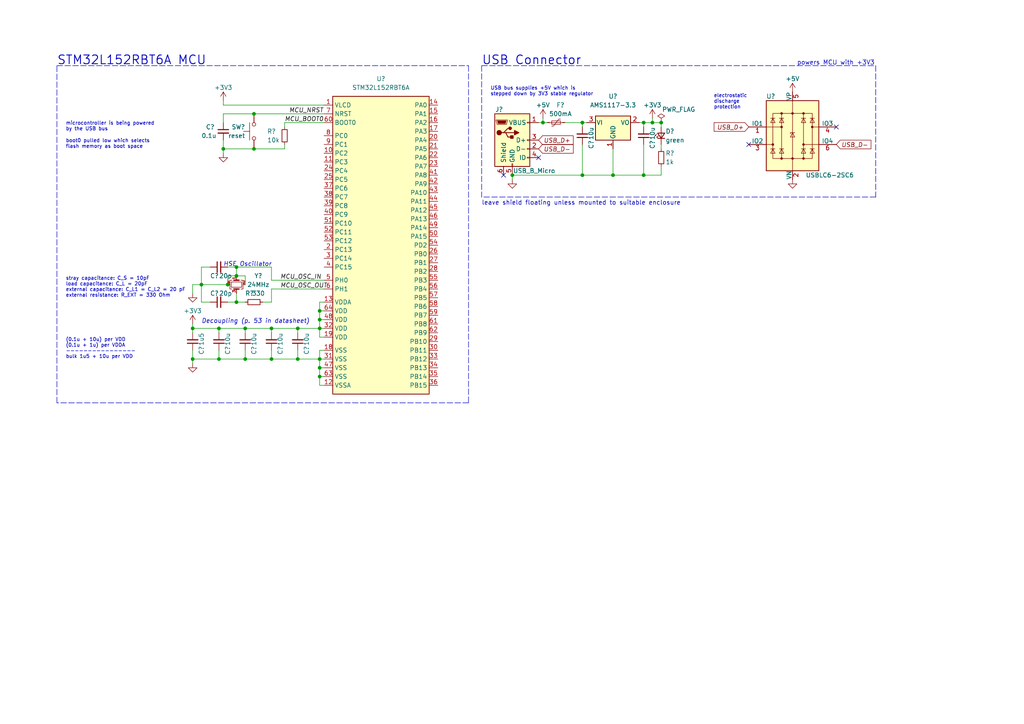
<source format=kicad_sch>
(kicad_sch (version 20211123) (generator eeschema)

  (uuid 4b7903a7-2af6-4cf5-8469-4e1d2af3f98d)

  (paper "A4")

  (title_block
    (title "button controller")
    (date "2022-05-06")
    (rev "1.0")
    (company "Impulse Sim Racing")
  )

  (lib_symbols
    (symbol "Device:C_Small" (pin_numbers hide) (pin_names (offset 0.254) hide) (in_bom yes) (on_board yes)
      (property "Reference" "C" (id 0) (at 0.254 1.778 0)
        (effects (font (size 1.27 1.27)) (justify left))
      )
      (property "Value" "C_Small" (id 1) (at 0.254 -2.032 0)
        (effects (font (size 1.27 1.27)) (justify left))
      )
      (property "Footprint" "" (id 2) (at 0 0 0)
        (effects (font (size 1.27 1.27)) hide)
      )
      (property "Datasheet" "~" (id 3) (at 0 0 0)
        (effects (font (size 1.27 1.27)) hide)
      )
      (property "ki_keywords" "capacitor cap" (id 4) (at 0 0 0)
        (effects (font (size 1.27 1.27)) hide)
      )
      (property "ki_description" "Unpolarized capacitor, small symbol" (id 5) (at 0 0 0)
        (effects (font (size 1.27 1.27)) hide)
      )
      (property "ki_fp_filters" "C_*" (id 6) (at 0 0 0)
        (effects (font (size 1.27 1.27)) hide)
      )
      (symbol "C_Small_0_1"
        (polyline
          (pts
            (xy -1.524 -0.508)
            (xy 1.524 -0.508)
          )
          (stroke (width 0.3302) (type default) (color 0 0 0 0))
          (fill (type none))
        )
        (polyline
          (pts
            (xy -1.524 0.508)
            (xy 1.524 0.508)
          )
          (stroke (width 0.3048) (type default) (color 0 0 0 0))
          (fill (type none))
        )
      )
      (symbol "C_Small_1_1"
        (pin passive line (at 0 2.54 270) (length 2.032)
          (name "~" (effects (font (size 1.27 1.27))))
          (number "1" (effects (font (size 1.27 1.27))))
        )
        (pin passive line (at 0 -2.54 90) (length 2.032)
          (name "~" (effects (font (size 1.27 1.27))))
          (number "2" (effects (font (size 1.27 1.27))))
        )
      )
    )
    (symbol "Device:Crystal_GND24_Small" (pin_names (offset 1.016) hide) (in_bom yes) (on_board yes)
      (property "Reference" "Y" (id 0) (at 1.27 4.445 0)
        (effects (font (size 1.27 1.27)) (justify left))
      )
      (property "Value" "Crystal_GND24_Small" (id 1) (at 1.27 2.54 0)
        (effects (font (size 1.27 1.27)) (justify left))
      )
      (property "Footprint" "" (id 2) (at 0 0 0)
        (effects (font (size 1.27 1.27)) hide)
      )
      (property "Datasheet" "~" (id 3) (at 0 0 0)
        (effects (font (size 1.27 1.27)) hide)
      )
      (property "ki_keywords" "quartz ceramic resonator oscillator" (id 4) (at 0 0 0)
        (effects (font (size 1.27 1.27)) hide)
      )
      (property "ki_description" "Four pin crystal, GND on pins 2 and 4, small symbol" (id 5) (at 0 0 0)
        (effects (font (size 1.27 1.27)) hide)
      )
      (property "ki_fp_filters" "Crystal*" (id 6) (at 0 0 0)
        (effects (font (size 1.27 1.27)) hide)
      )
      (symbol "Crystal_GND24_Small_0_1"
        (rectangle (start -0.762 -1.524) (end 0.762 1.524)
          (stroke (width 0) (type default) (color 0 0 0 0))
          (fill (type none))
        )
        (polyline
          (pts
            (xy -1.27 -0.762)
            (xy -1.27 0.762)
          )
          (stroke (width 0.381) (type default) (color 0 0 0 0))
          (fill (type none))
        )
        (polyline
          (pts
            (xy 1.27 -0.762)
            (xy 1.27 0.762)
          )
          (stroke (width 0.381) (type default) (color 0 0 0 0))
          (fill (type none))
        )
        (polyline
          (pts
            (xy -1.27 -1.27)
            (xy -1.27 -1.905)
            (xy 1.27 -1.905)
            (xy 1.27 -1.27)
          )
          (stroke (width 0) (type default) (color 0 0 0 0))
          (fill (type none))
        )
        (polyline
          (pts
            (xy -1.27 1.27)
            (xy -1.27 1.905)
            (xy 1.27 1.905)
            (xy 1.27 1.27)
          )
          (stroke (width 0) (type default) (color 0 0 0 0))
          (fill (type none))
        )
      )
      (symbol "Crystal_GND24_Small_1_1"
        (pin passive line (at -2.54 0 0) (length 1.27)
          (name "1" (effects (font (size 1.27 1.27))))
          (number "1" (effects (font (size 0.762 0.762))))
        )
        (pin passive line (at 0 -2.54 90) (length 0.635)
          (name "2" (effects (font (size 1.27 1.27))))
          (number "2" (effects (font (size 0.762 0.762))))
        )
        (pin passive line (at 2.54 0 180) (length 1.27)
          (name "3" (effects (font (size 1.27 1.27))))
          (number "3" (effects (font (size 0.762 0.762))))
        )
        (pin passive line (at 0 2.54 270) (length 0.635)
          (name "4" (effects (font (size 1.27 1.27))))
          (number "4" (effects (font (size 0.762 0.762))))
        )
      )
    )
    (symbol "Device:LED_Small" (pin_numbers hide) (pin_names (offset 0.254) hide) (in_bom yes) (on_board yes)
      (property "Reference" "D" (id 0) (at -1.27 3.175 0)
        (effects (font (size 1.27 1.27)) (justify left))
      )
      (property "Value" "LED_Small" (id 1) (at -4.445 -2.54 0)
        (effects (font (size 1.27 1.27)) (justify left))
      )
      (property "Footprint" "" (id 2) (at 0 0 90)
        (effects (font (size 1.27 1.27)) hide)
      )
      (property "Datasheet" "~" (id 3) (at 0 0 90)
        (effects (font (size 1.27 1.27)) hide)
      )
      (property "ki_keywords" "LED diode light-emitting-diode" (id 4) (at 0 0 0)
        (effects (font (size 1.27 1.27)) hide)
      )
      (property "ki_description" "Light emitting diode, small symbol" (id 5) (at 0 0 0)
        (effects (font (size 1.27 1.27)) hide)
      )
      (property "ki_fp_filters" "LED* LED_SMD:* LED_THT:*" (id 6) (at 0 0 0)
        (effects (font (size 1.27 1.27)) hide)
      )
      (symbol "LED_Small_0_1"
        (polyline
          (pts
            (xy -0.762 -1.016)
            (xy -0.762 1.016)
          )
          (stroke (width 0.254) (type default) (color 0 0 0 0))
          (fill (type none))
        )
        (polyline
          (pts
            (xy 1.016 0)
            (xy -0.762 0)
          )
          (stroke (width 0) (type default) (color 0 0 0 0))
          (fill (type none))
        )
        (polyline
          (pts
            (xy 0.762 -1.016)
            (xy -0.762 0)
            (xy 0.762 1.016)
            (xy 0.762 -1.016)
          )
          (stroke (width 0.254) (type default) (color 0 0 0 0))
          (fill (type none))
        )
        (polyline
          (pts
            (xy 0 0.762)
            (xy -0.508 1.27)
            (xy -0.254 1.27)
            (xy -0.508 1.27)
            (xy -0.508 1.016)
          )
          (stroke (width 0) (type default) (color 0 0 0 0))
          (fill (type none))
        )
        (polyline
          (pts
            (xy 0.508 1.27)
            (xy 0 1.778)
            (xy 0.254 1.778)
            (xy 0 1.778)
            (xy 0 1.524)
          )
          (stroke (width 0) (type default) (color 0 0 0 0))
          (fill (type none))
        )
      )
      (symbol "LED_Small_1_1"
        (pin passive line (at -2.54 0 0) (length 1.778)
          (name "K" (effects (font (size 1.27 1.27))))
          (number "1" (effects (font (size 1.27 1.27))))
        )
        (pin passive line (at 2.54 0 180) (length 1.778)
          (name "A" (effects (font (size 1.27 1.27))))
          (number "2" (effects (font (size 1.27 1.27))))
        )
      )
    )
    (symbol "Device:Polyfuse_Small" (pin_numbers hide) (pin_names (offset 0)) (in_bom yes) (on_board yes)
      (property "Reference" "F" (id 0) (at -1.905 0 90)
        (effects (font (size 1.27 1.27)))
      )
      (property "Value" "Polyfuse_Small" (id 1) (at 1.905 0 90)
        (effects (font (size 1.27 1.27)))
      )
      (property "Footprint" "" (id 2) (at 1.27 -5.08 0)
        (effects (font (size 1.27 1.27)) (justify left) hide)
      )
      (property "Datasheet" "~" (id 3) (at 0 0 0)
        (effects (font (size 1.27 1.27)) hide)
      )
      (property "ki_keywords" "resettable fuse PTC PPTC polyfuse polyswitch" (id 4) (at 0 0 0)
        (effects (font (size 1.27 1.27)) hide)
      )
      (property "ki_description" "Resettable fuse, polymeric positive temperature coefficient, small symbol" (id 5) (at 0 0 0)
        (effects (font (size 1.27 1.27)) hide)
      )
      (property "ki_fp_filters" "*polyfuse* *PTC*" (id 6) (at 0 0 0)
        (effects (font (size 1.27 1.27)) hide)
      )
      (symbol "Polyfuse_Small_0_1"
        (rectangle (start -0.508 1.27) (end 0.508 -1.27)
          (stroke (width 0) (type default) (color 0 0 0 0))
          (fill (type none))
        )
        (polyline
          (pts
            (xy 0 2.54)
            (xy 0 -2.54)
          )
          (stroke (width 0) (type default) (color 0 0 0 0))
          (fill (type none))
        )
        (polyline
          (pts
            (xy -1.016 1.27)
            (xy -1.016 0.762)
            (xy 1.016 -0.762)
            (xy 1.016 -1.27)
          )
          (stroke (width 0) (type default) (color 0 0 0 0))
          (fill (type none))
        )
      )
      (symbol "Polyfuse_Small_1_1"
        (pin passive line (at 0 2.54 270) (length 0.635)
          (name "~" (effects (font (size 1.27 1.27))))
          (number "1" (effects (font (size 1.27 1.27))))
        )
        (pin passive line (at 0 -2.54 90) (length 0.635)
          (name "~" (effects (font (size 1.27 1.27))))
          (number "2" (effects (font (size 1.27 1.27))))
        )
      )
    )
    (symbol "Device:R_Small" (pin_numbers hide) (pin_names (offset 0.254) hide) (in_bom yes) (on_board yes)
      (property "Reference" "R" (id 0) (at 0.762 0.508 0)
        (effects (font (size 1.27 1.27)) (justify left))
      )
      (property "Value" "R_Small" (id 1) (at 0.762 -1.016 0)
        (effects (font (size 1.27 1.27)) (justify left))
      )
      (property "Footprint" "" (id 2) (at 0 0 0)
        (effects (font (size 1.27 1.27)) hide)
      )
      (property "Datasheet" "~" (id 3) (at 0 0 0)
        (effects (font (size 1.27 1.27)) hide)
      )
      (property "ki_keywords" "R resistor" (id 4) (at 0 0 0)
        (effects (font (size 1.27 1.27)) hide)
      )
      (property "ki_description" "Resistor, small symbol" (id 5) (at 0 0 0)
        (effects (font (size 1.27 1.27)) hide)
      )
      (property "ki_fp_filters" "R_*" (id 6) (at 0 0 0)
        (effects (font (size 1.27 1.27)) hide)
      )
      (symbol "R_Small_0_1"
        (rectangle (start -0.762 1.778) (end 0.762 -1.778)
          (stroke (width 0.2032) (type default) (color 0 0 0 0))
          (fill (type none))
        )
      )
      (symbol "R_Small_1_1"
        (pin passive line (at 0 2.54 270) (length 0.762)
          (name "~" (effects (font (size 1.27 1.27))))
          (number "1" (effects (font (size 1.27 1.27))))
        )
        (pin passive line (at 0 -2.54 90) (length 0.762)
          (name "~" (effects (font (size 1.27 1.27))))
          (number "2" (effects (font (size 1.27 1.27))))
        )
      )
    )
    (symbol "MCU_ST_STM32L1:STM32L152RBT6A" (in_bom yes) (on_board yes)
      (property "Reference" "U" (id 0) (at -8.89 41.91 0)
        (effects (font (size 1.27 1.27)))
      )
      (property "Value" "STM32L152RBT6A" (id 1) (at 1.27 41.91 0)
        (effects (font (size 1.27 1.27)))
      )
      (property "Footprint" "" (id 2) (at 70.485 1.905 0)
        (effects (font (size 1.27 1.27)) hide)
      )
      (property "Datasheet" "" (id 3) (at 70.485 1.905 0)
        (effects (font (size 1.27 1.27)) hide)
      )
      (symbol "STM32L152RBT6A_0_1"
        (rectangle (start -13.97 -45.72) (end 13.97 40.64)
          (stroke (width 0.254) (type default) (color 0 0 0 0))
          (fill (type background))
        )
      )
      (symbol "STM32L152RBT6A_1_1"
        (pin power_in line (at -16.51 38.1 0) (length 2.54)
          (name "VLCD" (effects (font (size 1.27 1.27))))
          (number "1" (effects (font (size 1.27 1.27))))
        )
        (pin bidirectional line (at -16.51 24.13 0) (length 2.54)
          (name "PC2" (effects (font (size 1.27 1.27))))
          (number "10" (effects (font (size 1.27 1.27))))
        )
        (pin bidirectional line (at -16.51 21.59 0) (length 2.54)
          (name "PC3" (effects (font (size 1.27 1.27))))
          (number "11" (effects (font (size 1.27 1.27))))
        )
        (pin power_in line (at -16.51 -43.18 0) (length 2.54)
          (name "VSSA" (effects (font (size 1.27 1.27))))
          (number "12" (effects (font (size 1.27 1.27))))
        )
        (pin power_in line (at -16.51 -19.05 0) (length 2.54)
          (name "VDDA" (effects (font (size 1.27 1.27))))
          (number "13" (effects (font (size 1.27 1.27))))
        )
        (pin bidirectional line (at 16.51 38.1 180) (length 2.54)
          (name "PA0" (effects (font (size 1.27 1.27))))
          (number "14" (effects (font (size 1.27 1.27))))
        )
        (pin bidirectional line (at 16.51 35.56 180) (length 2.54)
          (name "PA1" (effects (font (size 1.27 1.27))))
          (number "15" (effects (font (size 1.27 1.27))))
        )
        (pin bidirectional line (at 16.51 33.02 180) (length 2.54)
          (name "PA2" (effects (font (size 1.27 1.27))))
          (number "16" (effects (font (size 1.27 1.27))))
        )
        (pin bidirectional line (at 16.51 30.48 180) (length 2.54)
          (name "PA3" (effects (font (size 1.27 1.27))))
          (number "17" (effects (font (size 1.27 1.27))))
        )
        (pin power_in line (at -16.51 -33.02 0) (length 2.54)
          (name "VSS" (effects (font (size 1.27 1.27))))
          (number "18" (effects (font (size 1.27 1.27))))
        )
        (pin power_in line (at -16.51 -29.21 0) (length 2.54)
          (name "VDD" (effects (font (size 1.27 1.27))))
          (number "19" (effects (font (size 1.27 1.27))))
        )
        (pin bidirectional line (at -16.51 -3.81 0) (length 2.54)
          (name "PC13" (effects (font (size 1.27 1.27))))
          (number "2" (effects (font (size 1.27 1.27))))
        )
        (pin bidirectional line (at 16.51 27.94 180) (length 2.54)
          (name "PA4" (effects (font (size 1.27 1.27))))
          (number "20" (effects (font (size 1.27 1.27))))
        )
        (pin bidirectional line (at 16.51 25.4 180) (length 2.54)
          (name "PA5" (effects (font (size 1.27 1.27))))
          (number "21" (effects (font (size 1.27 1.27))))
        )
        (pin bidirectional line (at 16.51 22.86 180) (length 2.54)
          (name "PA6" (effects (font (size 1.27 1.27))))
          (number "22" (effects (font (size 1.27 1.27))))
        )
        (pin bidirectional line (at 16.51 20.32 180) (length 2.54)
          (name "PA7" (effects (font (size 1.27 1.27))))
          (number "23" (effects (font (size 1.27 1.27))))
        )
        (pin bidirectional line (at -16.51 19.05 0) (length 2.54)
          (name "PC4" (effects (font (size 1.27 1.27))))
          (number "24" (effects (font (size 1.27 1.27))))
        )
        (pin bidirectional line (at -16.51 16.51 0) (length 2.54)
          (name "PC5" (effects (font (size 1.27 1.27))))
          (number "25" (effects (font (size 1.27 1.27))))
        )
        (pin bidirectional line (at 16.51 -5.08 180) (length 2.54)
          (name "PB0" (effects (font (size 1.27 1.27))))
          (number "26" (effects (font (size 1.27 1.27))))
        )
        (pin bidirectional line (at 16.51 -7.62 180) (length 2.54)
          (name "PB1" (effects (font (size 1.27 1.27))))
          (number "27" (effects (font (size 1.27 1.27))))
        )
        (pin bidirectional line (at 16.51 -10.16 180) (length 2.54)
          (name "PB2" (effects (font (size 1.27 1.27))))
          (number "28" (effects (font (size 1.27 1.27))))
        )
        (pin bidirectional line (at 16.51 -30.48 180) (length 2.54)
          (name "PB10" (effects (font (size 1.27 1.27))))
          (number "29" (effects (font (size 1.27 1.27))))
        )
        (pin bidirectional line (at -16.51 -6.35 0) (length 2.54)
          (name "PC14" (effects (font (size 1.27 1.27))))
          (number "3" (effects (font (size 1.27 1.27))))
        )
        (pin bidirectional line (at 16.51 -33.02 180) (length 2.54)
          (name "PB11" (effects (font (size 1.27 1.27))))
          (number "30" (effects (font (size 1.27 1.27))))
        )
        (pin power_in line (at -16.51 -35.56 0) (length 2.54)
          (name "VSS" (effects (font (size 1.27 1.27))))
          (number "31" (effects (font (size 1.27 1.27))))
        )
        (pin power_in line (at -16.51 -26.67 0) (length 2.54)
          (name "VDD" (effects (font (size 1.27 1.27))))
          (number "32" (effects (font (size 1.27 1.27))))
        )
        (pin bidirectional line (at 16.51 -35.56 180) (length 2.54)
          (name "PB12" (effects (font (size 1.27 1.27))))
          (number "33" (effects (font (size 1.27 1.27))))
        )
        (pin bidirectional line (at 16.51 -38.1 180) (length 2.54)
          (name "PB13" (effects (font (size 1.27 1.27))))
          (number "34" (effects (font (size 1.27 1.27))))
        )
        (pin bidirectional line (at 16.51 -40.64 180) (length 2.54)
          (name "PB14" (effects (font (size 1.27 1.27))))
          (number "35" (effects (font (size 1.27 1.27))))
        )
        (pin bidirectional line (at 16.51 -43.18 180) (length 2.54)
          (name "PB15" (effects (font (size 1.27 1.27))))
          (number "36" (effects (font (size 1.27 1.27))))
        )
        (pin bidirectional line (at -16.51 13.97 0) (length 2.54)
          (name "PC6" (effects (font (size 1.27 1.27))))
          (number "37" (effects (font (size 1.27 1.27))))
        )
        (pin bidirectional line (at -16.51 11.43 0) (length 2.54)
          (name "PC7" (effects (font (size 1.27 1.27))))
          (number "38" (effects (font (size 1.27 1.27))))
        )
        (pin bidirectional line (at -16.51 8.89 0) (length 2.54)
          (name "PC8" (effects (font (size 1.27 1.27))))
          (number "39" (effects (font (size 1.27 1.27))))
        )
        (pin bidirectional line (at -16.51 -8.89 0) (length 2.54)
          (name "PC15" (effects (font (size 1.27 1.27))))
          (number "4" (effects (font (size 1.27 1.27))))
        )
        (pin bidirectional line (at -16.51 6.35 0) (length 2.54)
          (name "PC9" (effects (font (size 1.27 1.27))))
          (number "40" (effects (font (size 1.27 1.27))))
        )
        (pin bidirectional line (at 16.51 17.78 180) (length 2.54)
          (name "PA8" (effects (font (size 1.27 1.27))))
          (number "41" (effects (font (size 1.27 1.27))))
        )
        (pin bidirectional line (at 16.51 15.24 180) (length 2.54)
          (name "PA9" (effects (font (size 1.27 1.27))))
          (number "42" (effects (font (size 1.27 1.27))))
        )
        (pin bidirectional line (at 16.51 12.7 180) (length 2.54)
          (name "PA10" (effects (font (size 1.27 1.27))))
          (number "43" (effects (font (size 1.27 1.27))))
        )
        (pin bidirectional line (at 16.51 10.16 180) (length 2.54)
          (name "PA11" (effects (font (size 1.27 1.27))))
          (number "44" (effects (font (size 1.27 1.27))))
        )
        (pin bidirectional line (at 16.51 7.62 180) (length 2.54)
          (name "PA12" (effects (font (size 1.27 1.27))))
          (number "45" (effects (font (size 1.27 1.27))))
        )
        (pin bidirectional line (at 16.51 5.08 180) (length 2.54)
          (name "PA13" (effects (font (size 1.27 1.27))))
          (number "46" (effects (font (size 1.27 1.27))))
        )
        (pin power_in line (at -16.51 -38.1 0) (length 2.54)
          (name "VSS" (effects (font (size 1.27 1.27))))
          (number "47" (effects (font (size 1.27 1.27))))
        )
        (pin power_in line (at -16.51 -24.13 0) (length 2.54)
          (name "VDD" (effects (font (size 1.27 1.27))))
          (number "48" (effects (font (size 1.27 1.27))))
        )
        (pin bidirectional line (at 16.51 2.54 180) (length 2.54)
          (name "PA14" (effects (font (size 1.27 1.27))))
          (number "49" (effects (font (size 1.27 1.27))))
        )
        (pin input line (at -16.51 -12.7 0) (length 2.54)
          (name "PH0" (effects (font (size 1.27 1.27))))
          (number "5" (effects (font (size 1.27 1.27))))
        )
        (pin bidirectional line (at 16.51 0 180) (length 2.54)
          (name "PA15" (effects (font (size 1.27 1.27))))
          (number "50" (effects (font (size 1.27 1.27))))
        )
        (pin bidirectional line (at -16.51 3.81 0) (length 2.54)
          (name "PC10" (effects (font (size 1.27 1.27))))
          (number "51" (effects (font (size 1.27 1.27))))
        )
        (pin bidirectional line (at -16.51 1.27 0) (length 2.54)
          (name "PC11" (effects (font (size 1.27 1.27))))
          (number "52" (effects (font (size 1.27 1.27))))
        )
        (pin bidirectional line (at -16.51 -1.27 0) (length 2.54)
          (name "PC12" (effects (font (size 1.27 1.27))))
          (number "53" (effects (font (size 1.27 1.27))))
        )
        (pin bidirectional line (at 16.51 -2.54 180) (length 2.54)
          (name "PD2" (effects (font (size 1.27 1.27))))
          (number "54" (effects (font (size 1.27 1.27))))
        )
        (pin bidirectional line (at 16.51 -12.7 180) (length 2.54)
          (name "PB3" (effects (font (size 1.27 1.27))))
          (number "55" (effects (font (size 1.27 1.27))))
        )
        (pin bidirectional line (at 16.51 -15.24 180) (length 2.54)
          (name "PB4" (effects (font (size 1.27 1.27))))
          (number "56" (effects (font (size 1.27 1.27))))
        )
        (pin bidirectional line (at 16.51 -17.78 180) (length 2.54)
          (name "PB5" (effects (font (size 1.27 1.27))))
          (number "57" (effects (font (size 1.27 1.27))))
        )
        (pin bidirectional line (at 16.51 -20.32 180) (length 2.54)
          (name "PB6" (effects (font (size 1.27 1.27))))
          (number "58" (effects (font (size 1.27 1.27))))
        )
        (pin bidirectional line (at 16.51 -22.86 180) (length 2.54)
          (name "PB7" (effects (font (size 1.27 1.27))))
          (number "59" (effects (font (size 1.27 1.27))))
        )
        (pin input line (at -16.51 -15.24 0) (length 2.54)
          (name "PH1" (effects (font (size 1.27 1.27))))
          (number "6" (effects (font (size 1.27 1.27))))
        )
        (pin input line (at -16.51 33.02 0) (length 2.54)
          (name "BOOT0" (effects (font (size 1.27 1.27))))
          (number "60" (effects (font (size 1.27 1.27))))
        )
        (pin bidirectional line (at 16.51 -25.4 180) (length 2.54)
          (name "PB8" (effects (font (size 1.27 1.27))))
          (number "61" (effects (font (size 1.27 1.27))))
        )
        (pin bidirectional line (at 16.51 -27.94 180) (length 2.54)
          (name "PB9" (effects (font (size 1.27 1.27))))
          (number "62" (effects (font (size 1.27 1.27))))
        )
        (pin power_in line (at -16.51 -40.64 0) (length 2.54)
          (name "VSS" (effects (font (size 1.27 1.27))))
          (number "63" (effects (font (size 1.27 1.27))))
        )
        (pin power_in line (at -16.51 -21.59 0) (length 2.54)
          (name "VDD" (effects (font (size 1.27 1.27))))
          (number "64" (effects (font (size 1.27 1.27))))
        )
        (pin input line (at -16.51 35.56 0) (length 2.54)
          (name "NRST" (effects (font (size 1.27 1.27))))
          (number "7" (effects (font (size 1.27 1.27))))
        )
        (pin bidirectional line (at -16.51 29.21 0) (length 2.54)
          (name "PC0" (effects (font (size 1.27 1.27))))
          (number "8" (effects (font (size 1.27 1.27))))
        )
        (pin bidirectional line (at -16.51 26.67 0) (length 2.54)
          (name "PC1" (effects (font (size 1.27 1.27))))
          (number "9" (effects (font (size 1.27 1.27))))
        )
      )
    )
    (symbol "Power:+3V3" (power) (pin_names (offset 0)) (in_bom yes) (on_board yes)
      (property "Reference" "#PWR" (id 0) (at 0 -3.81 0)
        (effects (font (size 1.27 1.27)) hide)
      )
      (property "Value" "+3V3" (id 1) (at 0 3.556 0)
        (effects (font (size 1.27 1.27)))
      )
      (property "Footprint" "" (id 2) (at 0 0 0)
        (effects (font (size 1.27 1.27)) hide)
      )
      (property "Datasheet" "" (id 3) (at 0 0 0)
        (effects (font (size 1.27 1.27)) hide)
      )
      (property "ki_keywords" "power-flag" (id 4) (at 0 0 0)
        (effects (font (size 1.27 1.27)) hide)
      )
      (property "ki_description" "Power symbol creates a global label with name \"+3V3\"" (id 5) (at 0 0 0)
        (effects (font (size 1.27 1.27)) hide)
      )
      (symbol "+3V3_0_1"
        (polyline
          (pts
            (xy -0.762 1.27)
            (xy 0 2.54)
          )
          (stroke (width 0) (type default) (color 0 0 0 0))
          (fill (type none))
        )
        (polyline
          (pts
            (xy 0 0)
            (xy 0 2.54)
          )
          (stroke (width 0) (type default) (color 0 0 0 0))
          (fill (type none))
        )
        (polyline
          (pts
            (xy 0 2.54)
            (xy 0.762 1.27)
          )
          (stroke (width 0) (type default) (color 0 0 0 0))
          (fill (type none))
        )
      )
      (symbol "+3V3_1_1"
        (pin power_in line (at 0 0 90) (length 0) hide
          (name "+3V3" (effects (font (size 1.27 1.27))))
          (number "1" (effects (font (size 1.27 1.27))))
        )
      )
    )
    (symbol "Power:+5V" (power) (pin_names (offset 0)) (in_bom yes) (on_board yes)
      (property "Reference" "#PWR" (id 0) (at 0 -3.81 0)
        (effects (font (size 1.27 1.27)) hide)
      )
      (property "Value" "+5V" (id 1) (at 0 3.556 0)
        (effects (font (size 1.27 1.27)))
      )
      (property "Footprint" "" (id 2) (at 0 0 0)
        (effects (font (size 1.27 1.27)) hide)
      )
      (property "Datasheet" "" (id 3) (at 0 0 0)
        (effects (font (size 1.27 1.27)) hide)
      )
      (property "ki_keywords" "power-flag" (id 4) (at 0 0 0)
        (effects (font (size 1.27 1.27)) hide)
      )
      (property "ki_description" "Power symbol creates a global label with name \"+5V\"" (id 5) (at 0 0 0)
        (effects (font (size 1.27 1.27)) hide)
      )
      (symbol "+5V_0_1"
        (polyline
          (pts
            (xy -0.762 1.27)
            (xy 0 2.54)
          )
          (stroke (width 0) (type default) (color 0 0 0 0))
          (fill (type none))
        )
        (polyline
          (pts
            (xy 0 0)
            (xy 0 2.54)
          )
          (stroke (width 0) (type default) (color 0 0 0 0))
          (fill (type none))
        )
        (polyline
          (pts
            (xy 0 2.54)
            (xy 0.762 1.27)
          )
          (stroke (width 0) (type default) (color 0 0 0 0))
          (fill (type none))
        )
      )
      (symbol "+5V_1_1"
        (pin power_in line (at 0 0 90) (length 0) hide
          (name "+5V" (effects (font (size 1.27 1.27))))
          (number "1" (effects (font (size 1.27 1.27))))
        )
      )
    )
    (symbol "Power:GND" (power) (pin_names (offset 0)) (in_bom yes) (on_board yes)
      (property "Reference" "#PWR" (id 0) (at 0 -6.35 0)
        (effects (font (size 1.27 1.27)) hide)
      )
      (property "Value" "GND" (id 1) (at 0 -3.81 0)
        (effects (font (size 1.27 1.27)))
      )
      (property "Footprint" "" (id 2) (at 0 0 0)
        (effects (font (size 1.27 1.27)) hide)
      )
      (property "Datasheet" "" (id 3) (at 0 0 0)
        (effects (font (size 1.27 1.27)) hide)
      )
      (property "ki_keywords" "power-flag" (id 4) (at 0 0 0)
        (effects (font (size 1.27 1.27)) hide)
      )
      (property "ki_description" "Power symbol creates a global label with name \"GND\" , ground" (id 5) (at 0 0 0)
        (effects (font (size 1.27 1.27)) hide)
      )
      (symbol "GND_0_1"
        (polyline
          (pts
            (xy 0 0)
            (xy 0 -1.27)
            (xy 1.27 -1.27)
            (xy 0 -2.54)
            (xy -1.27 -1.27)
            (xy 0 -1.27)
          )
          (stroke (width 0) (type default) (color 0 0 0 0))
          (fill (type none))
        )
      )
      (symbol "GND_1_1"
        (pin power_in line (at 0 0 270) (length 0) hide
          (name "GND" (effects (font (size 1.27 1.27))))
          (number "1" (effects (font (size 1.27 1.27))))
        )
      )
    )
    (symbol "Power:PWR_FLAG" (power) (pin_numbers hide) (pin_names (offset 0) hide) (in_bom yes) (on_board yes)
      (property "Reference" "#FLG" (id 0) (at 0 1.905 0)
        (effects (font (size 1.27 1.27)) hide)
      )
      (property "Value" "PWR_FLAG" (id 1) (at 0 3.81 0)
        (effects (font (size 1.27 1.27)))
      )
      (property "Footprint" "" (id 2) (at 0 0 0)
        (effects (font (size 1.27 1.27)) hide)
      )
      (property "Datasheet" "~" (id 3) (at 0 0 0)
        (effects (font (size 1.27 1.27)) hide)
      )
      (property "ki_keywords" "power-flag" (id 4) (at 0 0 0)
        (effects (font (size 1.27 1.27)) hide)
      )
      (property "ki_description" "Special symbol for telling ERC where power comes from" (id 5) (at 0 0 0)
        (effects (font (size 1.27 1.27)) hide)
      )
      (symbol "PWR_FLAG_0_0"
        (pin power_out line (at 0 0 90) (length 0)
          (name "pwr" (effects (font (size 1.27 1.27))))
          (number "1" (effects (font (size 1.27 1.27))))
        )
      )
      (symbol "PWR_FLAG_0_1"
        (polyline
          (pts
            (xy 0 0)
            (xy 0 1.27)
            (xy -1.016 1.905)
            (xy 0 2.54)
            (xy 1.016 1.905)
            (xy 0 1.27)
          )
          (stroke (width 0) (type default) (color 0 0 0 0))
          (fill (type none))
        )
      )
    )
    (symbol "Power_Protection:CDSOT236-0504C" (pin_names (offset 0)) (in_bom yes) (on_board yes)
      (property "Reference" "U" (id 0) (at -5.08 11.43 0)
        (effects (font (size 1.27 1.27)) (justify right))
      )
      (property "Value" "CDSOT236-0504C" (id 1) (at 2.54 11.43 0)
        (effects (font (size 1.27 1.27)) (justify left))
      )
      (property "Footprint" "Package_TO_SOT_SMD:SOT-23-6" (id 2) (at 17.78 -11.43 0)
        (effects (font (size 1.27 1.27)) hide)
      )
      (property "Datasheet" "https://www.bourns.com/docs/product-datasheets/cdsot236-0504c.pdf" (id 3) (at 0 0 0)
        (effects (font (size 1.27 1.27)) hide)
      )
      (property "ki_keywords" "ESD protection diodes" (id 4) (at 0 0 0)
        (effects (font (size 1.27 1.27)) hide)
      )
      (property "ki_description" "Low capacitance ESD diode / steering Diode Array, SOT23-6" (id 5) (at 0 0 0)
        (effects (font (size 1.27 1.27)) hide)
      )
      (property "ki_fp_filters" "SOT?23*" (id 6) (at 0 0 0)
        (effects (font (size 1.27 1.27)) hide)
      )
      (symbol "CDSOT236-0504C_0_0"
        (rectangle (start -5.715 6.477) (end 5.715 -6.604)
          (stroke (width 0) (type default) (color 0 0 0 0))
          (fill (type none))
        )
        (polyline
          (pts
            (xy -3.175 -6.604)
            (xy -3.175 6.477)
          )
          (stroke (width 0) (type default) (color 0 0 0 0))
          (fill (type none))
        )
        (polyline
          (pts
            (xy 3.175 6.477)
            (xy 3.175 -6.604)
          )
          (stroke (width 0) (type default) (color 0 0 0 0))
          (fill (type none))
        )
      )
      (symbol "CDSOT236-0504C_0_1"
        (rectangle (start -7.62 10.16) (end 7.62 -10.16)
          (stroke (width 0.254) (type default) (color 0 0 0 0))
          (fill (type background))
        )
        (circle (center -5.715 -2.54) (radius 0.2794)
          (stroke (width 0) (type default) (color 0 0 0 0))
          (fill (type outline))
        )
        (circle (center -3.175 -6.604) (radius 0.2794)
          (stroke (width 0) (type default) (color 0 0 0 0))
          (fill (type outline))
        )
        (circle (center -3.175 2.54) (radius 0.2794)
          (stroke (width 0) (type default) (color 0 0 0 0))
          (fill (type outline))
        )
        (circle (center -3.175 6.477) (radius 0.2794)
          (stroke (width 0) (type default) (color 0 0 0 0))
          (fill (type outline))
        )
        (circle (center 0 -6.604) (radius 0.2794)
          (stroke (width 0) (type default) (color 0 0 0 0))
          (fill (type outline))
        )
        (polyline
          (pts
            (xy -7.747 2.54)
            (xy -3.175 2.54)
          )
          (stroke (width 0) (type default) (color 0 0 0 0))
          (fill (type none))
        )
        (polyline
          (pts
            (xy -7.62 -2.54)
            (xy -5.715 -2.54)
          )
          (stroke (width 0) (type default) (color 0 0 0 0))
          (fill (type none))
        )
        (polyline
          (pts
            (xy -5.08 -3.81)
            (xy -6.35 -3.81)
          )
          (stroke (width 0) (type default) (color 0 0 0 0))
          (fill (type none))
        )
        (polyline
          (pts
            (xy -5.08 5.08)
            (xy -6.35 5.08)
          )
          (stroke (width 0) (type default) (color 0 0 0 0))
          (fill (type none))
        )
        (polyline
          (pts
            (xy -2.54 -3.81)
            (xy -3.81 -3.81)
          )
          (stroke (width 0) (type default) (color 0 0 0 0))
          (fill (type none))
        )
        (polyline
          (pts
            (xy -2.54 5.08)
            (xy -3.81 5.08)
          )
          (stroke (width 0) (type default) (color 0 0 0 0))
          (fill (type none))
        )
        (polyline
          (pts
            (xy 0 10.16)
            (xy 0 -10.16)
          )
          (stroke (width 0) (type default) (color 0 0 0 0))
          (fill (type none))
        )
        (polyline
          (pts
            (xy 3.81 -3.81)
            (xy 2.54 -3.81)
          )
          (stroke (width 0) (type default) (color 0 0 0 0))
          (fill (type none))
        )
        (polyline
          (pts
            (xy 3.81 5.08)
            (xy 2.54 5.08)
          )
          (stroke (width 0) (type default) (color 0 0 0 0))
          (fill (type none))
        )
        (polyline
          (pts
            (xy 6.35 -3.81)
            (xy 5.08 -3.81)
          )
          (stroke (width 0) (type default) (color 0 0 0 0))
          (fill (type none))
        )
        (polyline
          (pts
            (xy 6.35 5.08)
            (xy 5.08 5.08)
          )
          (stroke (width 0) (type default) (color 0 0 0 0))
          (fill (type none))
        )
        (polyline
          (pts
            (xy 7.62 -2.54)
            (xy 3.175 -2.54)
          )
          (stroke (width 0) (type default) (color 0 0 0 0))
          (fill (type none))
        )
        (polyline
          (pts
            (xy 7.62 2.54)
            (xy 5.715 2.54)
          )
          (stroke (width 0) (type default) (color 0 0 0 0))
          (fill (type none))
        )
        (polyline
          (pts
            (xy 0.635 0.889)
            (xy -0.635 0.889)
            (xy -0.635 0.635)
          )
          (stroke (width 0) (type default) (color 0 0 0 0))
          (fill (type none))
        )
        (polyline
          (pts
            (xy -5.08 -5.08)
            (xy -6.35 -5.08)
            (xy -5.715 -3.81)
            (xy -5.08 -5.08)
          )
          (stroke (width 0) (type default) (color 0 0 0 0))
          (fill (type none))
        )
        (polyline
          (pts
            (xy -5.08 3.81)
            (xy -6.35 3.81)
            (xy -5.715 5.08)
            (xy -5.08 3.81)
          )
          (stroke (width 0) (type default) (color 0 0 0 0))
          (fill (type none))
        )
        (polyline
          (pts
            (xy -2.54 -5.08)
            (xy -3.81 -5.08)
            (xy -3.175 -3.81)
            (xy -2.54 -5.08)
          )
          (stroke (width 0) (type default) (color 0 0 0 0))
          (fill (type none))
        )
        (polyline
          (pts
            (xy -2.54 3.81)
            (xy -3.81 3.81)
            (xy -3.175 5.08)
            (xy -2.54 3.81)
          )
          (stroke (width 0) (type default) (color 0 0 0 0))
          (fill (type none))
        )
        (polyline
          (pts
            (xy 0.635 -0.381)
            (xy -0.635 -0.381)
            (xy 0 0.889)
            (xy 0.635 -0.381)
          )
          (stroke (width 0) (type default) (color 0 0 0 0))
          (fill (type none))
        )
        (polyline
          (pts
            (xy 3.81 -5.08)
            (xy 2.54 -5.08)
            (xy 3.175 -3.81)
            (xy 3.81 -5.08)
          )
          (stroke (width 0) (type default) (color 0 0 0 0))
          (fill (type none))
        )
        (polyline
          (pts
            (xy 3.81 3.81)
            (xy 2.54 3.81)
            (xy 3.175 5.08)
            (xy 3.81 3.81)
          )
          (stroke (width 0) (type default) (color 0 0 0 0))
          (fill (type none))
        )
        (polyline
          (pts
            (xy 6.35 -5.08)
            (xy 5.08 -5.08)
            (xy 5.715 -3.81)
            (xy 6.35 -5.08)
          )
          (stroke (width 0) (type default) (color 0 0 0 0))
          (fill (type none))
        )
        (polyline
          (pts
            (xy 6.35 3.81)
            (xy 5.08 3.81)
            (xy 5.715 5.08)
            (xy 6.35 3.81)
          )
          (stroke (width 0) (type default) (color 0 0 0 0))
          (fill (type none))
        )
        (circle (center 0 6.477) (radius 0.2794)
          (stroke (width 0) (type default) (color 0 0 0 0))
          (fill (type outline))
        )
        (circle (center 3.175 -6.604) (radius 0.2794)
          (stroke (width 0) (type default) (color 0 0 0 0))
          (fill (type outline))
        )
        (circle (center 3.175 -2.54) (radius 0.2794)
          (stroke (width 0) (type default) (color 0 0 0 0))
          (fill (type outline))
        )
        (circle (center 3.175 6.477) (radius 0.2794)
          (stroke (width 0) (type default) (color 0 0 0 0))
          (fill (type outline))
        )
        (circle (center 5.715 2.54) (radius 0.2794)
          (stroke (width 0) (type default) (color 0 0 0 0))
          (fill (type outline))
        )
      )
      (symbol "CDSOT236-0504C_1_1"
        (pin passive line (at -12.7 2.54 0) (length 5.08)
          (name "IO1" (effects (font (size 1.27 1.27))))
          (number "1" (effects (font (size 1.27 1.27))))
        )
        (pin passive line (at 0 -12.7 90) (length 2.54)
          (name "VN" (effects (font (size 1.27 1.27))))
          (number "2" (effects (font (size 1.27 1.27))))
        )
        (pin passive line (at -12.7 -2.54 0) (length 5.08)
          (name "IO2" (effects (font (size 1.27 1.27))))
          (number "3" (effects (font (size 1.27 1.27))))
        )
        (pin passive line (at 12.7 2.54 180) (length 5.08)
          (name "IO3" (effects (font (size 1.27 1.27))))
          (number "4" (effects (font (size 1.27 1.27))))
        )
        (pin passive line (at 0 12.7 270) (length 2.54)
          (name "VP" (effects (font (size 1.27 1.27))))
          (number "5" (effects (font (size 1.27 1.27))))
        )
        (pin passive line (at 12.7 -2.54 180) (length 5.08)
          (name "IO4" (effects (font (size 1.27 1.27))))
          (number "6" (effects (font (size 1.27 1.27))))
        )
      )
    )
    (symbol "Regulator_Linear:AMS1117-3.3" (pin_names (offset 0.254)) (in_bom yes) (on_board yes)
      (property "Reference" "U" (id 0) (at -3.81 3.175 0)
        (effects (font (size 1.27 1.27)))
      )
      (property "Value" "AMS1117-3.3" (id 1) (at 0 3.175 0)
        (effects (font (size 1.27 1.27)) (justify left))
      )
      (property "Footprint" "Package_TO_SOT_SMD:SOT-223-3_TabPin2" (id 2) (at 0 5.08 0)
        (effects (font (size 1.27 1.27)) hide)
      )
      (property "Datasheet" "http://www.advanced-monolithic.com/pdf/ds1117.pdf" (id 3) (at 2.54 -6.35 0)
        (effects (font (size 1.27 1.27)) hide)
      )
      (property "ki_keywords" "linear regulator ldo fixed positive" (id 4) (at 0 0 0)
        (effects (font (size 1.27 1.27)) hide)
      )
      (property "ki_description" "1A Low Dropout regulator, positive, 3.3V fixed output, SOT-223" (id 5) (at 0 0 0)
        (effects (font (size 1.27 1.27)) hide)
      )
      (property "ki_fp_filters" "SOT?223*TabPin2*" (id 6) (at 0 0 0)
        (effects (font (size 1.27 1.27)) hide)
      )
      (symbol "AMS1117-3.3_0_1"
        (rectangle (start -5.08 -5.08) (end 5.08 1.905)
          (stroke (width 0.254) (type default) (color 0 0 0 0))
          (fill (type background))
        )
      )
      (symbol "AMS1117-3.3_1_1"
        (pin power_in line (at 0 -7.62 90) (length 2.54)
          (name "GND" (effects (font (size 1.27 1.27))))
          (number "1" (effects (font (size 1.27 1.27))))
        )
        (pin power_out line (at 7.62 0 180) (length 2.54)
          (name "VO" (effects (font (size 1.27 1.27))))
          (number "2" (effects (font (size 1.27 1.27))))
        )
        (pin power_in line (at -7.62 0 0) (length 2.54)
          (name "VI" (effects (font (size 1.27 1.27))))
          (number "3" (effects (font (size 1.27 1.27))))
        )
      )
    )
    (symbol "Switch:SW_Push" (pin_numbers hide) (pin_names (offset 1.016) hide) (in_bom yes) (on_board yes)
      (property "Reference" "SW" (id 0) (at 1.27 2.54 0)
        (effects (font (size 1.27 1.27)) (justify left))
      )
      (property "Value" "SW_Push" (id 1) (at 0 -1.524 0)
        (effects (font (size 1.27 1.27)))
      )
      (property "Footprint" "" (id 2) (at 0 5.08 0)
        (effects (font (size 1.27 1.27)) hide)
      )
      (property "Datasheet" "~" (id 3) (at 0 5.08 0)
        (effects (font (size 1.27 1.27)) hide)
      )
      (property "ki_keywords" "switch normally-open pushbutton push-button" (id 4) (at 0 0 0)
        (effects (font (size 1.27 1.27)) hide)
      )
      (property "ki_description" "Push button switch, generic, two pins" (id 5) (at 0 0 0)
        (effects (font (size 1.27 1.27)) hide)
      )
      (symbol "SW_Push_0_1"
        (circle (center -2.032 0) (radius 0.508)
          (stroke (width 0) (type default) (color 0 0 0 0))
          (fill (type none))
        )
        (polyline
          (pts
            (xy 0 1.27)
            (xy 0 3.048)
          )
          (stroke (width 0) (type default) (color 0 0 0 0))
          (fill (type none))
        )
        (polyline
          (pts
            (xy 2.54 1.27)
            (xy -2.54 1.27)
          )
          (stroke (width 0) (type default) (color 0 0 0 0))
          (fill (type none))
        )
        (circle (center 2.032 0) (radius 0.508)
          (stroke (width 0) (type default) (color 0 0 0 0))
          (fill (type none))
        )
        (pin passive line (at -5.08 0 0) (length 2.54)
          (name "1" (effects (font (size 1.27 1.27))))
          (number "1" (effects (font (size 1.27 1.27))))
        )
        (pin passive line (at 5.08 0 180) (length 2.54)
          (name "2" (effects (font (size 1.27 1.27))))
          (number "2" (effects (font (size 1.27 1.27))))
        )
      )
    )
    (symbol "USB_Type_C_3.1:USB_B_Micro" (pin_names (offset 1.016)) (in_bom yes) (on_board yes)
      (property "Reference" "J" (id 0) (at -5.08 11.43 0)
        (effects (font (size 1.27 1.27)) (justify left))
      )
      (property "Value" "USB_B_Micro" (id 1) (at -5.08 8.89 0)
        (effects (font (size 1.27 1.27)) (justify left))
      )
      (property "Footprint" "" (id 2) (at 3.81 -1.27 0)
        (effects (font (size 1.27 1.27)) hide)
      )
      (property "Datasheet" "~" (id 3) (at 3.81 -1.27 0)
        (effects (font (size 1.27 1.27)) hide)
      )
      (property "ki_keywords" "connector USB micro" (id 4) (at 0 0 0)
        (effects (font (size 1.27 1.27)) hide)
      )
      (property "ki_description" "USB Micro Type B connector" (id 5) (at 0 0 0)
        (effects (font (size 1.27 1.27)) hide)
      )
      (property "ki_fp_filters" "USB*" (id 6) (at 0 0 0)
        (effects (font (size 1.27 1.27)) hide)
      )
      (symbol "USB_B_Micro_0_1"
        (rectangle (start -5.08 -7.62) (end 5.08 7.62)
          (stroke (width 0.254) (type default) (color 0 0 0 0))
          (fill (type background))
        )
        (circle (center -3.81 2.159) (radius 0.635)
          (stroke (width 0.254) (type default) (color 0 0 0 0))
          (fill (type outline))
        )
        (circle (center -0.635 3.429) (radius 0.381)
          (stroke (width 0.254) (type default) (color 0 0 0 0))
          (fill (type outline))
        )
        (rectangle (start -0.127 -7.62) (end 0.127 -6.858)
          (stroke (width 0) (type default) (color 0 0 0 0))
          (fill (type none))
        )
        (polyline
          (pts
            (xy -1.905 2.159)
            (xy 0.635 2.159)
          )
          (stroke (width 0.254) (type default) (color 0 0 0 0))
          (fill (type none))
        )
        (polyline
          (pts
            (xy -3.175 2.159)
            (xy -2.54 2.159)
            (xy -1.27 3.429)
            (xy -0.635 3.429)
          )
          (stroke (width 0.254) (type default) (color 0 0 0 0))
          (fill (type none))
        )
        (polyline
          (pts
            (xy -2.54 2.159)
            (xy -1.905 2.159)
            (xy -1.27 0.889)
            (xy 0 0.889)
          )
          (stroke (width 0.254) (type default) (color 0 0 0 0))
          (fill (type none))
        )
        (polyline
          (pts
            (xy 0.635 2.794)
            (xy 0.635 1.524)
            (xy 1.905 2.159)
            (xy 0.635 2.794)
          )
          (stroke (width 0.254) (type default) (color 0 0 0 0))
          (fill (type outline))
        )
        (polyline
          (pts
            (xy -4.318 5.588)
            (xy -1.778 5.588)
            (xy -2.032 4.826)
            (xy -4.064 4.826)
            (xy -4.318 5.588)
          )
          (stroke (width 0) (type default) (color 0 0 0 0))
          (fill (type outline))
        )
        (polyline
          (pts
            (xy -4.699 5.842)
            (xy -4.699 5.588)
            (xy -4.445 4.826)
            (xy -4.445 4.572)
            (xy -1.651 4.572)
            (xy -1.651 4.826)
            (xy -1.397 5.588)
            (xy -1.397 5.842)
            (xy -4.699 5.842)
          )
          (stroke (width 0) (type default) (color 0 0 0 0))
          (fill (type none))
        )
        (rectangle (start 0.254 1.27) (end -0.508 0.508)
          (stroke (width 0.254) (type default) (color 0 0 0 0))
          (fill (type outline))
        )
        (rectangle (start 5.08 -5.207) (end 4.318 -4.953)
          (stroke (width 0) (type default) (color 0 0 0 0))
          (fill (type none))
        )
        (rectangle (start 5.08 -2.667) (end 4.318 -2.413)
          (stroke (width 0) (type default) (color 0 0 0 0))
          (fill (type none))
        )
        (rectangle (start 5.08 -0.127) (end 4.318 0.127)
          (stroke (width 0) (type default) (color 0 0 0 0))
          (fill (type none))
        )
        (rectangle (start 5.08 4.953) (end 4.318 5.207)
          (stroke (width 0) (type default) (color 0 0 0 0))
          (fill (type none))
        )
      )
      (symbol "USB_B_Micro_1_1"
        (pin power_out line (at 7.62 5.08 180) (length 2.54)
          (name "VBUS" (effects (font (size 1.27 1.27))))
          (number "1" (effects (font (size 1.27 1.27))))
        )
        (pin bidirectional line (at 7.62 -2.54 180) (length 2.54)
          (name "D-" (effects (font (size 1.27 1.27))))
          (number "2" (effects (font (size 1.27 1.27))))
        )
        (pin bidirectional line (at 7.62 0 180) (length 2.54)
          (name "D+" (effects (font (size 1.27 1.27))))
          (number "3" (effects (font (size 1.27 1.27))))
        )
        (pin passive line (at 7.62 -5.08 180) (length 2.54)
          (name "ID" (effects (font (size 1.27 1.27))))
          (number "4" (effects (font (size 1.27 1.27))))
        )
        (pin power_out line (at 0 -10.16 90) (length 2.54)
          (name "GND" (effects (font (size 1.27 1.27))))
          (number "5" (effects (font (size 1.27 1.27))))
        )
        (pin passive line (at -2.54 -10.16 90) (length 2.54)
          (name "Shield" (effects (font (size 1.27 1.27))))
          (number "6" (effects (font (size 1.27 1.27))))
        )
      )
    )
  )

  (junction (at 68.58 80.01) (diameter 0) (color 0 0 0 0)
    (uuid 026e29a7-4efd-46a4-a733-788416eda16b)
  )
  (junction (at 78.74 95.25) (diameter 0) (color 0 0 0 0)
    (uuid 064ff040-21f2-4a4d-9c35-3d7fab5d8a3b)
  )
  (junction (at 71.12 104.14) (diameter 0) (color 0 0 0 0)
    (uuid 1066dce1-5885-4aa0-81fd-24f20febdc82)
  )
  (junction (at 92.71 95.25) (diameter 0) (color 0 0 0 0)
    (uuid 10de5e94-b62c-458a-8ece-885f451fa700)
  )
  (junction (at 68.58 77.47) (diameter 0) (color 0 0 0 0)
    (uuid 1d554e46-ea1f-4724-af77-30cd328d80d9)
  )
  (junction (at 168.91 35.56) (diameter 0) (color 0 0 0 0)
    (uuid 37f35b25-9319-4bf0-8c7b-1264845eeabe)
  )
  (junction (at 92.71 90.17) (diameter 0) (color 0 0 0 0)
    (uuid 466b71b6-0677-427c-a4cf-da8f45a73baf)
  )
  (junction (at 63.5 104.14) (diameter 0) (color 0 0 0 0)
    (uuid 487398b3-ac36-4c4b-bf1b-b809ac7eb7c6)
  )
  (junction (at 55.88 104.14) (diameter 0) (color 0 0 0 0)
    (uuid 494ba817-5dfa-4c66-aad5-30dde7cf92f6)
  )
  (junction (at 92.71 109.22) (diameter 0) (color 0 0 0 0)
    (uuid 4e26cbbd-5652-4338-8905-bd67ed7f9fb3)
  )
  (junction (at 66.04 82.55) (diameter 0) (color 0 0 0 0)
    (uuid 51349b90-724f-402a-bd65-fc8f082c4fea)
  )
  (junction (at 78.74 104.14) (diameter 0) (color 0 0 0 0)
    (uuid 5a9a9b65-c6fa-40de-b355-cadd5144bd01)
  )
  (junction (at 148.59 50.8) (diameter 0) (color 0 0 0 0)
    (uuid 5fd92628-90ea-49ee-b0c1-9fbaea99ac22)
  )
  (junction (at 186.69 50.8) (diameter 0) (color 0 0 0 0)
    (uuid 612f5403-364e-41b7-a742-44342d91c12c)
  )
  (junction (at 189.23 35.56) (diameter 0) (color 0 0 0 0)
    (uuid 673b25ca-f071-48a8-845d-ae93ec401d5e)
  )
  (junction (at 92.71 106.68) (diameter 0) (color 0 0 0 0)
    (uuid 6c6ddbda-f343-4f59-a1d8-e3e9326d0c9c)
  )
  (junction (at 73.66 43.18) (diameter 0) (color 0 0 0 0)
    (uuid 779b9d62-56ec-4d3d-beda-31fc930c156a)
  )
  (junction (at 177.8 50.8) (diameter 0) (color 0 0 0 0)
    (uuid 80e51750-f242-4568-b355-243e97fad023)
  )
  (junction (at 64.77 43.18) (diameter 0) (color 0 0 0 0)
    (uuid 89222031-3067-4165-a4ae-b28ea751b361)
  )
  (junction (at 58.42 82.55) (diameter 0) (color 0 0 0 0)
    (uuid 8d4fb473-d3c6-4af7-84bc-4b01cbf98bdd)
  )
  (junction (at 55.88 95.25) (diameter 0) (color 0 0 0 0)
    (uuid 91df8a81-c7f8-4a99-945a-308acf4b553f)
  )
  (junction (at 186.69 35.56) (diameter 0) (color 0 0 0 0)
    (uuid 95b22ba0-509b-4fd1-9190-e25c5744db9e)
  )
  (junction (at 92.71 104.14) (diameter 0) (color 0 0 0 0)
    (uuid 9f5cf54f-b985-4156-937b-b3d243383ce3)
  )
  (junction (at 68.58 87.63) (diameter 0) (color 0 0 0 0)
    (uuid 9f95de5c-2a3e-46c2-ba8a-04d0136e0aa0)
  )
  (junction (at 191.77 35.56) (diameter 0) (color 0 0 0 0)
    (uuid a13b2326-73ce-4501-ba3f-2f0f846ccf9b)
  )
  (junction (at 86.36 104.14) (diameter 0) (color 0 0 0 0)
    (uuid a827fb53-f74f-4e91-b355-d66e6b148c1c)
  )
  (junction (at 86.36 95.25) (diameter 0) (color 0 0 0 0)
    (uuid b1e1a1cc-5fec-4714-9715-757aa3e42279)
  )
  (junction (at 92.71 92.71) (diameter 0) (color 0 0 0 0)
    (uuid b6f45508-9318-4c6d-83f9-c2277bce6fa2)
  )
  (junction (at 73.66 33.02) (diameter 0) (color 0 0 0 0)
    (uuid cb595e2a-b50d-4c7b-b169-cc8557452711)
  )
  (junction (at 71.12 95.25) (diameter 0) (color 0 0 0 0)
    (uuid dd0ca0a2-d29c-4db8-a428-d4fc879caa43)
  )
  (junction (at 157.48 35.56) (diameter 0) (color 0 0 0 0)
    (uuid dd17b199-1f4d-4365-9cf6-f3a70e8310ac)
  )
  (junction (at 63.5 95.25) (diameter 0) (color 0 0 0 0)
    (uuid e075d06c-addb-46ba-b362-863487ebbd62)
  )
  (junction (at 168.91 50.8) (diameter 0) (color 0 0 0 0)
    (uuid eec38763-fe59-42ad-9167-549cfeff15f3)
  )

  (no_connect (at 146.05 50.8) (uuid 0a3a8ee3-f6d3-43e5-bdf3-a48981539274))
  (no_connect (at 156.21 45.72) (uuid 76805c35-8d72-4b47-a610-eceba22ef7e4))
  (no_connect (at 217.17 41.91) (uuid aace3449-fce8-4051-8a05-8156218fed92))
  (no_connect (at 242.57 36.83) (uuid aace3449-fce8-4051-8a05-8156218fed92))

  (wire (pts (xy 86.36 101.6) (xy 86.36 104.14))
    (stroke (width 0) (type default) (color 0 0 0 0))
    (uuid 0135367d-4020-4858-8dc8-a6a95c93e614)
  )
  (wire (pts (xy 73.66 33.02) (xy 93.98 33.02))
    (stroke (width 0) (type default) (color 0 0 0 0))
    (uuid 056cbf94-c2f3-462d-910a-4206637ddaa0)
  )
  (wire (pts (xy 93.98 83.82) (xy 78.74 83.82))
    (stroke (width 0) (type default) (color 0 0 0 0))
    (uuid 0583ad93-44e4-4e81-8ca9-68ca74e0b790)
  )
  (wire (pts (xy 92.71 90.17) (xy 93.98 90.17))
    (stroke (width 0) (type default) (color 0 0 0 0))
    (uuid 058b006b-9074-4640-a369-7e15ea2c3cc9)
  )
  (wire (pts (xy 191.77 35.56) (xy 191.77 36.83))
    (stroke (width 0) (type default) (color 0 0 0 0))
    (uuid 088c020a-2770-4ecf-8daf-6ef07f0d16c9)
  )
  (wire (pts (xy 86.36 95.25) (xy 86.36 96.52))
    (stroke (width 0) (type default) (color 0 0 0 0))
    (uuid 08e4d5c3-e8c0-42b5-ab53-6803fe3e1348)
  )
  (wire (pts (xy 66.04 77.47) (xy 68.58 77.47))
    (stroke (width 0) (type default) (color 0 0 0 0))
    (uuid 092f8f77-56a5-484e-a8f6-f9f8b02550cb)
  )
  (wire (pts (xy 55.88 95.25) (xy 55.88 96.52))
    (stroke (width 0) (type default) (color 0 0 0 0))
    (uuid 0d9ad28a-fd73-4883-a1be-8d9afad810f1)
  )
  (wire (pts (xy 71.12 82.55) (xy 71.12 80.01))
    (stroke (width 0) (type default) (color 0 0 0 0))
    (uuid 0f781ad5-35d0-4cdb-9ecb-98c436718701)
  )
  (wire (pts (xy 177.8 50.8) (xy 168.91 50.8))
    (stroke (width 0) (type default) (color 0 0 0 0))
    (uuid 0faf315a-0625-4630-867c-712cf1681fb1)
  )
  (wire (pts (xy 64.77 30.48) (xy 64.77 29.21))
    (stroke (width 0) (type default) (color 0 0 0 0))
    (uuid 11624cb7-e0a0-4347-ac3b-31a19fba95de)
  )
  (wire (pts (xy 168.91 35.56) (xy 170.18 35.56))
    (stroke (width 0) (type default) (color 0 0 0 0))
    (uuid 1395d494-1a1f-47d4-8032-756b821db14a)
  )
  (wire (pts (xy 71.12 95.25) (xy 71.12 96.52))
    (stroke (width 0) (type default) (color 0 0 0 0))
    (uuid 1928704a-c03d-428c-a9f6-9a1cc5475f51)
  )
  (wire (pts (xy 78.74 95.25) (xy 71.12 95.25))
    (stroke (width 0) (type default) (color 0 0 0 0))
    (uuid 1f7d6bb0-10b6-4f85-8341-73a6ef5d1b06)
  )
  (wire (pts (xy 78.74 81.28) (xy 78.74 77.47))
    (stroke (width 0) (type default) (color 0 0 0 0))
    (uuid 21407a88-4874-4f67-8232-e076bf3946b7)
  )
  (wire (pts (xy 92.71 106.68) (xy 92.71 109.22))
    (stroke (width 0) (type default) (color 0 0 0 0))
    (uuid 2267f282-ed24-4509-b073-484457eac314)
  )
  (wire (pts (xy 55.88 104.14) (xy 63.5 104.14))
    (stroke (width 0) (type default) (color 0 0 0 0))
    (uuid 2bd04eca-1bdd-4d75-9044-2d18d4fcf509)
  )
  (polyline (pts (xy 254 19.05) (xy 254 57.15))
    (stroke (width 0) (type default) (color 0 0 0 0))
    (uuid 2d223a0d-aa31-44a5-ac9f-7ffb8e0fc52c)
  )

  (wire (pts (xy 163.83 35.56) (xy 168.91 35.56))
    (stroke (width 0) (type default) (color 0 0 0 0))
    (uuid 2d4f73f6-68d2-467b-bf8b-434626ef2267)
  )
  (wire (pts (xy 168.91 41.91) (xy 168.91 50.8))
    (stroke (width 0) (type default) (color 0 0 0 0))
    (uuid 2e23e1c4-7fe0-4406-b755-475dde6e1a19)
  )
  (wire (pts (xy 78.74 101.6) (xy 78.74 104.14))
    (stroke (width 0) (type default) (color 0 0 0 0))
    (uuid 30235277-1db0-4e5d-a1f2-57e2c2e51e32)
  )
  (wire (pts (xy 186.69 35.56) (xy 189.23 35.56))
    (stroke (width 0) (type default) (color 0 0 0 0))
    (uuid 31daf1c2-e87b-4c3f-9092-84d4b1e3c1d4)
  )
  (wire (pts (xy 191.77 48.26) (xy 191.77 50.8))
    (stroke (width 0) (type default) (color 0 0 0 0))
    (uuid 3584fc47-230c-4d07-a541-34007f8e9d61)
  )
  (wire (pts (xy 191.77 41.91) (xy 191.77 43.18))
    (stroke (width 0) (type default) (color 0 0 0 0))
    (uuid 3865ba82-e9f3-4a20-87bd-936d29721e4c)
  )
  (wire (pts (xy 92.71 95.25) (xy 93.98 95.25))
    (stroke (width 0) (type default) (color 0 0 0 0))
    (uuid 38ee572b-48ad-4eee-9292-deedf3133cb8)
  )
  (wire (pts (xy 63.5 101.6) (xy 63.5 104.14))
    (stroke (width 0) (type default) (color 0 0 0 0))
    (uuid 3b7a9f3a-1188-4f63-bfd0-a745011d5ccc)
  )
  (wire (pts (xy 92.71 90.17) (xy 92.71 87.63))
    (stroke (width 0) (type default) (color 0 0 0 0))
    (uuid 3d2748bd-320c-4916-bbb5-10b205a600d9)
  )
  (polyline (pts (xy 135.89 19.05) (xy 135.89 116.84))
    (stroke (width 0) (type default) (color 0 0 0 0))
    (uuid 412163be-fa7b-45b7-afa0-379a2c9ae033)
  )

  (wire (pts (xy 68.58 87.63) (xy 71.12 87.63))
    (stroke (width 0) (type default) (color 0 0 0 0))
    (uuid 45919249-bf7e-4a59-ba15-69a97e6e281a)
  )
  (wire (pts (xy 156.21 35.56) (xy 157.48 35.56))
    (stroke (width 0) (type default) (color 0 0 0 0))
    (uuid 46e33a8a-e36e-485d-8f37-ce3ba3fb51c5)
  )
  (wire (pts (xy 78.74 104.14) (xy 86.36 104.14))
    (stroke (width 0) (type default) (color 0 0 0 0))
    (uuid 4832e6be-83b0-4718-82a1-ef8ee0d34cc6)
  )
  (polyline (pts (xy 254 57.15) (xy 139.7 57.15))
    (stroke (width 0) (type default) (color 0 0 0 0))
    (uuid 515440a0-cd45-4831-956e-db610a620a03)
  )

  (wire (pts (xy 64.77 33.02) (xy 73.66 33.02))
    (stroke (width 0) (type default) (color 0 0 0 0))
    (uuid 5686c808-3f41-4f7e-ad53-396117a60a25)
  )
  (wire (pts (xy 60.96 87.63) (xy 58.42 87.63))
    (stroke (width 0) (type default) (color 0 0 0 0))
    (uuid 581eb1e9-b950-4e21-835f-f60ee64801ad)
  )
  (wire (pts (xy 92.71 111.76) (xy 93.98 111.76))
    (stroke (width 0) (type default) (color 0 0 0 0))
    (uuid 583ef83e-dfa2-44b0-a089-a1f8a31285a9)
  )
  (polyline (pts (xy 139.7 19.05) (xy 254 19.05))
    (stroke (width 0) (type default) (color 0 0 0 0))
    (uuid 588f5b7c-9bd1-4efe-9e62-6b5070e400e2)
  )

  (wire (pts (xy 73.66 43.18) (xy 64.77 43.18))
    (stroke (width 0) (type default) (color 0 0 0 0))
    (uuid 59659b09-4892-45b9-bb3b-1f18f89811dc)
  )
  (wire (pts (xy 55.88 104.14) (xy 55.88 105.41))
    (stroke (width 0) (type default) (color 0 0 0 0))
    (uuid 5c4d4837-0134-48c3-9a83-91a89e3531ba)
  )
  (wire (pts (xy 92.71 97.79) (xy 92.71 95.25))
    (stroke (width 0) (type default) (color 0 0 0 0))
    (uuid 5c8a68dc-9f63-457a-b0e2-5038abfcdfcf)
  )
  (wire (pts (xy 93.98 101.6) (xy 92.71 101.6))
    (stroke (width 0) (type default) (color 0 0 0 0))
    (uuid 5f3d9590-caec-4e51-bd6f-68351f4fb8e0)
  )
  (wire (pts (xy 177.8 43.18) (xy 177.8 50.8))
    (stroke (width 0) (type default) (color 0 0 0 0))
    (uuid 5fb667b2-061a-498d-b918-489cb4a760c2)
  )
  (wire (pts (xy 86.36 95.25) (xy 92.71 95.25))
    (stroke (width 0) (type default) (color 0 0 0 0))
    (uuid 6e62b19a-56b2-4c75-91ea-113bf92077a9)
  )
  (wire (pts (xy 157.48 35.56) (xy 157.48 34.29))
    (stroke (width 0) (type default) (color 0 0 0 0))
    (uuid 700219bc-977e-422e-89d9-7e96da5e015c)
  )
  (wire (pts (xy 78.74 77.47) (xy 68.58 77.47))
    (stroke (width 0) (type default) (color 0 0 0 0))
    (uuid 705c820b-6482-4b32-aec0-3fb515db7b43)
  )
  (polyline (pts (xy 139.7 19.05) (xy 139.7 57.15))
    (stroke (width 0) (type default) (color 0 0 0 0))
    (uuid 740a4fb6-7d2e-4a85-bb30-91039135bee0)
  )

  (wire (pts (xy 86.36 95.25) (xy 78.74 95.25))
    (stroke (width 0) (type default) (color 0 0 0 0))
    (uuid 7938240f-fc58-4993-9eff-c004edd18ae8)
  )
  (wire (pts (xy 92.71 87.63) (xy 93.98 87.63))
    (stroke (width 0) (type default) (color 0 0 0 0))
    (uuid 7aa641be-3d32-4a81-ae4e-78ef8fffe6f4)
  )
  (wire (pts (xy 64.77 33.02) (xy 64.77 35.56))
    (stroke (width 0) (type default) (color 0 0 0 0))
    (uuid 7ad0c68b-ca22-40b1-a729-626be4c31661)
  )
  (wire (pts (xy 82.55 35.56) (xy 93.98 35.56))
    (stroke (width 0) (type default) (color 0 0 0 0))
    (uuid 7af399a4-c17f-4b64-8ebc-7c88edb2d0de)
  )
  (wire (pts (xy 58.42 77.47) (xy 58.42 82.55))
    (stroke (width 0) (type default) (color 0 0 0 0))
    (uuid 8020e2c8-919a-4ea8-9de6-c18542024d50)
  )
  (wire (pts (xy 189.23 35.56) (xy 191.77 35.56))
    (stroke (width 0) (type default) (color 0 0 0 0))
    (uuid 854d887a-d010-48f4-abd9-d4cad89f3c3b)
  )
  (wire (pts (xy 185.42 35.56) (xy 186.69 35.56))
    (stroke (width 0) (type default) (color 0 0 0 0))
    (uuid 86689d7f-65f9-4aa7-b1ec-9cc85f9db787)
  )
  (wire (pts (xy 92.71 106.68) (xy 93.98 106.68))
    (stroke (width 0) (type default) (color 0 0 0 0))
    (uuid 87c84d9e-62fe-4db4-b3e0-6a0d08eb15ec)
  )
  (wire (pts (xy 93.98 97.79) (xy 92.71 97.79))
    (stroke (width 0) (type default) (color 0 0 0 0))
    (uuid 8a4c1b2d-3486-4fee-85ac-4fc60493520e)
  )
  (wire (pts (xy 64.77 30.48) (xy 93.98 30.48))
    (stroke (width 0) (type default) (color 0 0 0 0))
    (uuid 8b09784f-2b50-49bf-929f-45f755ee6df5)
  )
  (wire (pts (xy 66.04 82.55) (xy 58.42 82.55))
    (stroke (width 0) (type default) (color 0 0 0 0))
    (uuid 8e9fda6c-ae76-4c6c-9296-c5bd94059e0b)
  )
  (wire (pts (xy 71.12 101.6) (xy 71.12 104.14))
    (stroke (width 0) (type default) (color 0 0 0 0))
    (uuid 8f80a206-c5b6-4bff-a7d0-2ac2389075a4)
  )
  (wire (pts (xy 55.88 82.55) (xy 55.88 85.09))
    (stroke (width 0) (type default) (color 0 0 0 0))
    (uuid 908c058e-6deb-4120-8f51-d14f49b5587c)
  )
  (wire (pts (xy 71.12 80.01) (xy 68.58 80.01))
    (stroke (width 0) (type default) (color 0 0 0 0))
    (uuid 9120585b-67f0-4d99-8a4b-3a583b1a26b8)
  )
  (wire (pts (xy 58.42 82.55) (xy 55.88 82.55))
    (stroke (width 0) (type default) (color 0 0 0 0))
    (uuid 9275c58c-228f-44df-9216-90a2ce5b528a)
  )
  (wire (pts (xy 92.71 101.6) (xy 92.71 104.14))
    (stroke (width 0) (type default) (color 0 0 0 0))
    (uuid 9372c6a1-7c1c-435c-86de-6ebbb87e8e9c)
  )
  (wire (pts (xy 186.69 50.8) (xy 177.8 50.8))
    (stroke (width 0) (type default) (color 0 0 0 0))
    (uuid 992ac0fa-2078-43bc-a1c6-d324dd8f966d)
  )
  (wire (pts (xy 68.58 87.63) (xy 66.04 87.63))
    (stroke (width 0) (type default) (color 0 0 0 0))
    (uuid 99d75979-5030-4b9b-96a3-698326f6ad4d)
  )
  (wire (pts (xy 71.12 95.25) (xy 63.5 95.25))
    (stroke (width 0) (type default) (color 0 0 0 0))
    (uuid 9cbf2182-0158-4dd7-bbe4-eda010c758ac)
  )
  (wire (pts (xy 82.55 41.91) (xy 82.55 43.18))
    (stroke (width 0) (type default) (color 0 0 0 0))
    (uuid 9cc4ec5b-b0bf-4383-a38f-27c2e1501e2f)
  )
  (wire (pts (xy 63.5 95.25) (xy 63.5 96.52))
    (stroke (width 0) (type default) (color 0 0 0 0))
    (uuid 9e79ce32-7a0a-45d6-9713-d153d8e60fcf)
  )
  (wire (pts (xy 92.71 104.14) (xy 92.71 106.68))
    (stroke (width 0) (type default) (color 0 0 0 0))
    (uuid a51b4b2f-b085-4837-9756-28f584f325c8)
  )
  (wire (pts (xy 55.88 93.98) (xy 55.88 95.25))
    (stroke (width 0) (type default) (color 0 0 0 0))
    (uuid a68e368d-77d0-4de4-9d51-2a9e9500faa6)
  )
  (wire (pts (xy 191.77 50.8) (xy 186.69 50.8))
    (stroke (width 0) (type default) (color 0 0 0 0))
    (uuid a7621936-2abc-4f75-9a82-0a2983a84ed4)
  )
  (wire (pts (xy 64.77 44.45) (xy 64.77 43.18))
    (stroke (width 0) (type default) (color 0 0 0 0))
    (uuid ab7a97ca-07d3-48a3-ab0d-6e66693496fe)
  )
  (wire (pts (xy 189.23 34.29) (xy 189.23 35.56))
    (stroke (width 0) (type default) (color 0 0 0 0))
    (uuid ad052a7c-1681-4757-a48f-c1fcea097431)
  )
  (wire (pts (xy 92.71 104.14) (xy 93.98 104.14))
    (stroke (width 0) (type default) (color 0 0 0 0))
    (uuid b3caccfb-a67e-4054-9ac7-b579caffb531)
  )
  (polyline (pts (xy 135.89 116.84) (xy 16.51 116.84))
    (stroke (width 0) (type default) (color 0 0 0 0))
    (uuid b4bafbc7-e768-478a-9e05-b60a47d27766)
  )

  (wire (pts (xy 78.74 83.82) (xy 78.74 87.63))
    (stroke (width 0) (type default) (color 0 0 0 0))
    (uuid b521baf8-2bc1-4d3f-9836-7933a4bef7b3)
  )
  (wire (pts (xy 71.12 104.14) (xy 78.74 104.14))
    (stroke (width 0) (type default) (color 0 0 0 0))
    (uuid b6197dd7-1260-4c6e-a2de-0a24d4043a98)
  )
  (wire (pts (xy 168.91 35.56) (xy 168.91 36.83))
    (stroke (width 0) (type default) (color 0 0 0 0))
    (uuid b69f78b5-ce06-4994-b287-e480e18ab927)
  )
  (wire (pts (xy 92.71 109.22) (xy 93.98 109.22))
    (stroke (width 0) (type default) (color 0 0 0 0))
    (uuid b7f1d119-e653-4f1b-8ce3-32b5be517022)
  )
  (wire (pts (xy 157.48 35.56) (xy 158.75 35.56))
    (stroke (width 0) (type default) (color 0 0 0 0))
    (uuid bb35bad7-a140-477e-90e3-ccf9aac7f55c)
  )
  (wire (pts (xy 93.98 81.28) (xy 78.74 81.28))
    (stroke (width 0) (type default) (color 0 0 0 0))
    (uuid c2e9ea0f-6a89-4b96-b4fc-073ca7cb0f29)
  )
  (wire (pts (xy 148.59 50.8) (xy 148.59 52.07))
    (stroke (width 0) (type default) (color 0 0 0 0))
    (uuid c32b9f23-dfc4-489b-a67c-be4b21964d98)
  )
  (wire (pts (xy 64.77 40.64) (xy 64.77 43.18))
    (stroke (width 0) (type default) (color 0 0 0 0))
    (uuid c43e28b9-528c-4df4-bd55-ad3a732263b6)
  )
  (wire (pts (xy 60.96 77.47) (xy 58.42 77.47))
    (stroke (width 0) (type default) (color 0 0 0 0))
    (uuid c45f62a0-76cf-4d28-beb2-aa6b34729031)
  )
  (wire (pts (xy 68.58 85.09) (xy 68.58 87.63))
    (stroke (width 0) (type default) (color 0 0 0 0))
    (uuid c4fd7145-45ca-47a3-a51d-e08d8dc1db42)
  )
  (wire (pts (xy 82.55 43.18) (xy 73.66 43.18))
    (stroke (width 0) (type default) (color 0 0 0 0))
    (uuid c7baed17-851f-434f-a917-050529ba2779)
  )
  (wire (pts (xy 92.71 92.71) (xy 93.98 92.71))
    (stroke (width 0) (type default) (color 0 0 0 0))
    (uuid c950ca8d-3bc1-4c71-81d2-ac20bcde7bff)
  )
  (wire (pts (xy 66.04 80.01) (xy 66.04 82.55))
    (stroke (width 0) (type default) (color 0 0 0 0))
    (uuid ca2be5e6-a160-42db-8a62-2daa1dadfd08)
  )
  (wire (pts (xy 63.5 95.25) (xy 55.88 95.25))
    (stroke (width 0) (type default) (color 0 0 0 0))
    (uuid cb32a464-0600-4a9e-910c-2455133380aa)
  )
  (polyline (pts (xy 16.51 19.05) (xy 135.89 19.05))
    (stroke (width 0) (type default) (color 0 0 0 0))
    (uuid ce9f1162-9dd9-4cc4-899e-a0ed894ed88c)
  )

  (wire (pts (xy 92.71 109.22) (xy 92.71 111.76))
    (stroke (width 0) (type default) (color 0 0 0 0))
    (uuid cfb802d4-fb5c-4eea-bdf0-7dfb7731d159)
  )
  (wire (pts (xy 68.58 77.47) (xy 68.58 80.01))
    (stroke (width 0) (type default) (color 0 0 0 0))
    (uuid d6f4ce44-2c44-479b-847e-47cb1742ace1)
  )
  (wire (pts (xy 92.71 95.25) (xy 92.71 92.71))
    (stroke (width 0) (type default) (color 0 0 0 0))
    (uuid d7b1cee8-aff8-4fdf-a9f1-69a8078570ed)
  )
  (wire (pts (xy 55.88 101.6) (xy 55.88 104.14))
    (stroke (width 0) (type default) (color 0 0 0 0))
    (uuid d914b250-a6bb-4c21-ac0d-a0d154a776fd)
  )
  (wire (pts (xy 92.71 92.71) (xy 92.71 90.17))
    (stroke (width 0) (type default) (color 0 0 0 0))
    (uuid dcb3d8be-d936-463a-bc6e-e4d40009ad8a)
  )
  (wire (pts (xy 76.2 87.63) (xy 78.74 87.63))
    (stroke (width 0) (type default) (color 0 0 0 0))
    (uuid ddabff8f-53ba-4001-b7c7-97170fedc5d9)
  )
  (wire (pts (xy 186.69 41.91) (xy 186.69 50.8))
    (stroke (width 0) (type default) (color 0 0 0 0))
    (uuid df8c24e5-5b11-4b63-9abf-dae8e8f5abf4)
  )
  (wire (pts (xy 78.74 95.25) (xy 78.74 96.52))
    (stroke (width 0) (type default) (color 0 0 0 0))
    (uuid dffed1e2-cb8f-4499-acd1-0df55a0cd0a6)
  )
  (polyline (pts (xy 16.51 116.84) (xy 16.51 19.05))
    (stroke (width 0) (type default) (color 0 0 0 0))
    (uuid e1758c52-4598-4639-8b6e-10803a77e618)
  )

  (wire (pts (xy 58.42 87.63) (xy 58.42 82.55))
    (stroke (width 0) (type default) (color 0 0 0 0))
    (uuid e5bd34ea-50fd-469c-9ccd-6007d645fb61)
  )
  (wire (pts (xy 168.91 50.8) (xy 148.59 50.8))
    (stroke (width 0) (type default) (color 0 0 0 0))
    (uuid e5ed4400-b61d-44fe-8613-50502aa575d5)
  )
  (wire (pts (xy 86.36 104.14) (xy 92.71 104.14))
    (stroke (width 0) (type default) (color 0 0 0 0))
    (uuid e675c9e8-e9c0-44a1-a79c-0b6ae7b45204)
  )
  (wire (pts (xy 68.58 80.01) (xy 66.04 80.01))
    (stroke (width 0) (type default) (color 0 0 0 0))
    (uuid f253a62b-4365-418b-8059-d0fab7b74ad6)
  )
  (wire (pts (xy 186.69 35.56) (xy 186.69 36.83))
    (stroke (width 0) (type default) (color 0 0 0 0))
    (uuid f2bad6d9-f360-4f99-be82-739c121b40a9)
  )
  (wire (pts (xy 82.55 35.56) (xy 82.55 36.83))
    (stroke (width 0) (type default) (color 0 0 0 0))
    (uuid f441bf64-fc6e-406b-b0d1-2e5c15f01a22)
  )
  (wire (pts (xy 63.5 104.14) (xy 71.12 104.14))
    (stroke (width 0) (type default) (color 0 0 0 0))
    (uuid f52298a3-9f89-404c-9db5-4403cc41c540)
  )

  (text "electrostatic \ndischarge\nprotection" (at 207.01 31.75 0)
    (effects (font (size 1.016 1.016)) (justify left bottom))
    (uuid 10b0807b-2f9c-490c-8a31-2f4f37b4d9fc)
  )
  (text "USB Connector" (at 139.7 19.05 0)
    (effects (font (size 2.54 2.54) (thickness 0.254) bold) (justify left bottom))
    (uuid 15037d0c-c3de-4e1d-9a17-10ec6532d452)
  )
  (text "STM32L152RBT6A MCU\n" (at 16.51 19.05 0)
    (effects (font (size 2.54 2.54) (thickness 0.254) bold) (justify left bottom))
    (uuid 27240cb1-72b5-4167-820c-6256a9d98b53)
  )
  (text "leave shield floating unless mounted to suitable enclosure"
    (at 139.7 59.69 0)
    (effects (font (size 1.27 1.27)) (justify left bottom))
    (uuid 286c7038-8b1b-41f6-a49c-991cf8abee03)
  )
  (text "microcontroller is being powered\nby the USB bus" (at 19.05 38.1 0)
    (effects (font (size 1.016 1.016)) (justify left bottom))
    (uuid 313804a3-4af6-40f0-9e9a-a78a41a9e462)
  )
  (text "stray capacitance: C_S = 10pF\nload capacitance: C_L = 20pF\nexternal capacitance: C_L1 = C_L2 = 20 pF\nexternal resistance: R_EXT = 330 Ohm"
    (at 19.05 86.36 0)
    (effects (font (size 1.016 1.016)) (justify left bottom))
    (uuid 39dc1051-00f4-4c97-b1c4-05668cd35e06)
  )
  (text "HSE Oscillator" (at 64.77 77.47 0)
    (effects (font (size 1.27 1.27) italic) (justify left bottom))
    (uuid 4df2013d-95d2-4430-afdf-3231f5cf9cb7)
  )
  (text "Decoupling (p. 53 in datasheet)" (at 58.42 93.98 0)
    (effects (font (size 1.27 1.27) italic) (justify left bottom))
    (uuid 70f8c68c-1572-4ffb-a6cc-5da6af686e80)
  )
  (text "boot0 pulled low which selects\nflash memory as boot space"
    (at 19.05 43.18 0)
    (effects (font (size 1.016 1.016)) (justify left bottom))
    (uuid 8bab6421-8346-4ba6-aa44-c74a7f4266f7)
  )
  (text "USB bus supplies +5V which is \nstepped down by 3V3 stable regulator"
    (at 142.24 27.94 0)
    (effects (font (size 1.016 1.016)) (justify left bottom))
    (uuid bfc6ba47-c44e-4237-91c8-08c2a4734a8d)
  )
  (text "(0.1u + 10u) per VDD\n(0.1u + 1u) per VDDA\n----------------\nbulk 1u5 + 10u per VDD"
    (at 19.05 104.14 0)
    (effects (font (size 1.016 1.016)) (justify left bottom))
    (uuid c85e82a0-4a2d-4268-91c2-31e15872c568)
  )
  (text "powers MCU with +3V3" (at 231.14 19.05 0)
    (effects (font (size 1.27 1.27)) (justify left bottom))
    (uuid f0e254f3-57fc-4ee0-9675-4f4422e7c978)
  )

  (label "MCU_OSC_OUT" (at 81.28 83.82 0)
    (effects (font (size 1.27 1.27) italic) (justify left bottom))
    (uuid 120d06e0-25ae-42d1-84e9-ce4d809594be)
  )
  (label "MCU_BOOT0" (at 82.55 35.56 0)
    (effects (font (size 1.27 1.27) italic) (justify left bottom))
    (uuid 189ac2e7-0152-4c0f-97ac-db96718a30d3)
  )
  (label "MCU_NRST" (at 83.82 33.02 0)
    (effects (font (size 1.27 1.27) italic) (justify left bottom))
    (uuid 6fdaadb9-c6e7-4943-bfee-de5d039e2f8b)
  )
  (label "MCU_OSC_IN" (at 81.28 81.28 0)
    (effects (font (size 1.27 1.27) italic) (justify left bottom))
    (uuid c5efe3c3-afa6-408f-91af-76f9b97cf67d)
  )

  (global_label "USB_D-" (shape input) (at 242.57 41.91 0) (fields_autoplaced)
    (effects (font (size 1.27 1.27) italic) (justify left))
    (uuid bd4b2213-368d-4861-9025-f3a0ed470370)
    (property "Intersheet References" "${INTERSHEET_REFS}" (id 0) (at 252.8587 41.8306 0)
      (effects (font (size 1.27 1.27) italic) (justify left) hide)
    )
  )
  (global_label "USB_D-" (shape input) (at 156.21 43.18 0) (fields_autoplaced)
    (effects (font (size 1.27 1.27) italic) (justify left))
    (uuid cfdd32c9-b567-4283-bfea-894ba839418a)
    (property "Intersheet References" "${INTERSHEET_REFS}" (id 0) (at 166.4987 43.1006 0)
      (effects (font (size 1.27 1.27) italic) (justify left) hide)
    )
  )
  (global_label "USB_D+" (shape input) (at 156.21 40.64 0) (fields_autoplaced)
    (effects (font (size 1.27 1.27) italic) (justify left))
    (uuid d71375d5-9f97-4fcd-b6cb-911b0b0e23a5)
    (property "Intersheet References" "${INTERSHEET_REFS}" (id 0) (at 166.4987 40.5606 0)
      (effects (font (size 1.27 1.27) italic) (justify left) hide)
    )
  )
  (global_label "USB_D+" (shape input) (at 217.17 36.83 180) (fields_autoplaced)
    (effects (font (size 1.27 1.27) italic) (justify right))
    (uuid d85c5da2-f538-4e44-901e-d9a2ebbedc1f)
    (property "Intersheet References" "${INTERSHEET_REFS}" (id 0) (at 206.8813 36.9094 0)
      (effects (font (size 1.27 1.27) italic) (justify right) hide)
    )
  )

  (symbol (lib_id "Power:GND") (at 148.59 52.07 0) (mirror y) (unit 1)
    (in_bom yes) (on_board yes)
    (uuid 186badd0-652a-43cf-ab36-7d0f7c4c8f7a)
    (property "Reference" "#PWR?" (id 0) (at 148.59 58.42 0)
      (effects (font (size 1.27 1.27)) hide)
    )
    (property "Value" "GND" (id 1) (at 148.59 55.88 0)
      (effects (font (size 1.27 1.27)) hide)
    )
    (property "Footprint" "" (id 2) (at 148.59 52.07 0)
      (effects (font (size 1.27 1.27)) hide)
    )
    (property "Datasheet" "" (id 3) (at 148.59 52.07 0)
      (effects (font (size 1.27 1.27)) hide)
    )
    (pin "1" (uuid cc1c8deb-415d-4a67-be7a-2fb987fcec82))
  )

  (symbol (lib_id "Power:GND") (at 55.88 105.41 0) (mirror y) (unit 1)
    (in_bom yes) (on_board yes)
    (uuid 1c95ad80-f0fa-45f9-ad29-ab06f972a99d)
    (property "Reference" "#PWR?" (id 0) (at 55.88 111.76 0)
      (effects (font (size 1.27 1.27)) hide)
    )
    (property "Value" "GND" (id 1) (at 55.88 109.22 0)
      (effects (font (size 1.27 1.27)) hide)
    )
    (property "Footprint" "" (id 2) (at 55.88 105.41 0)
      (effects (font (size 1.27 1.27)) hide)
    )
    (property "Datasheet" "" (id 3) (at 55.88 105.41 0)
      (effects (font (size 1.27 1.27)) hide)
    )
    (pin "1" (uuid 133146b7-6df6-47f6-a05f-90d6cad6013f))
  )

  (symbol (lib_id "Power:+3V3") (at 189.23 34.29 0) (unit 1)
    (in_bom yes) (on_board yes)
    (uuid 22a705a9-b5e0-428a-8414-5466d3d0cd17)
    (property "Reference" "#PWR?" (id 0) (at 189.23 38.1 0)
      (effects (font (size 1.27 1.27)) hide)
    )
    (property "Value" "+3V3" (id 1) (at 189.23 30.48 0))
    (property "Footprint" "" (id 2) (at 189.23 34.29 0)
      (effects (font (size 1.27 1.27)) hide)
    )
    (property "Datasheet" "" (id 3) (at 189.23 34.29 0)
      (effects (font (size 1.27 1.27)) hide)
    )
    (pin "1" (uuid 866e84d3-c7fb-4b94-a318-f3893a60fccf))
  )

  (symbol (lib_id "Device:C_Small") (at 168.91 39.37 0) (mirror x) (unit 1)
    (in_bom yes) (on_board yes)
    (uuid 25025fdf-d304-40c3-967c-d971a3d429f5)
    (property "Reference" "C?" (id 0) (at 171.45 40.64 90)
      (effects (font (size 1.27 1.27)) (justify left))
    )
    (property "Value" "10u" (id 1) (at 171.45 36.83 90)
      (effects (font (size 1.27 1.27)) (justify left))
    )
    (property "Footprint" "" (id 2) (at 168.91 39.37 0)
      (effects (font (size 1.27 1.27)) hide)
    )
    (property "Datasheet" "~" (id 3) (at 168.91 39.37 0)
      (effects (font (size 1.27 1.27)) hide)
    )
    (pin "1" (uuid 62b801a3-a4b0-4037-91cb-2b4bf0a64b61))
    (pin "2" (uuid b38fca44-6e08-4474-9812-05f6a2eb2839))
  )

  (symbol (lib_id "Device:Crystal_GND24_Small") (at 68.58 82.55 90) (mirror x) (unit 1)
    (in_bom yes) (on_board yes)
    (uuid 2c2a6866-bfdd-447d-a5b3-17adf554c450)
    (property "Reference" "Y?" (id 0) (at 74.93 80.01 90))
    (property "Value" "24MHz" (id 1) (at 74.93 82.55 90))
    (property "Footprint" "footprints:Crystal_SMD_3225-4Pin_3.2x2.5mm" (id 2) (at 68.58 82.55 0)
      (effects (font (size 1.27 1.27)) hide)
    )
    (property "Datasheet" "~" (id 3) (at 68.58 82.55 0)
      (effects (font (size 1.27 1.27)) hide)
    )
    (pin "1" (uuid 7bf07102-76ee-42f7-8d8f-9dc06efcee77))
    (pin "2" (uuid a93dc1f7-9010-46b2-8c10-b2f1576b139d))
    (pin "3" (uuid 26fa6924-54ec-4e00-9a4f-972d14d1ec9a))
    (pin "4" (uuid 8acddaa9-3221-407f-811b-db3b4162e4b5))
  )

  (symbol (lib_id "MCU_ST_STM32L1:STM32L152RBT6A") (at 110.49 68.58 0) (unit 1)
    (in_bom yes) (on_board yes) (fields_autoplaced)
    (uuid 2ef97742-f4e2-443c-9173-3c1611422a56)
    (property "Reference" "U?" (id 0) (at 110.49 22.86 0))
    (property "Value" "STM32L152RBT6A" (id 1) (at 110.49 25.4 0))
    (property "Footprint" "" (id 2) (at 180.975 66.675 0)
      (effects (font (size 1.27 1.27)) hide)
    )
    (property "Datasheet" "" (id 3) (at 180.975 66.675 0)
      (effects (font (size 1.27 1.27)) hide)
    )
    (pin "1" (uuid 55ac9d54-9dfb-4c4a-9ba3-aec3b4ebd8d8))
    (pin "10" (uuid c24fb706-4c6c-4b95-869e-019209fa254c))
    (pin "11" (uuid 655671f3-dd10-45de-8031-49e414cf1683))
    (pin "12" (uuid 541637c5-a7af-4b27-aa98-5230f940307e))
    (pin "13" (uuid 4b74af1b-895d-40f5-9ff2-0b7ef0c4c489))
    (pin "14" (uuid 4647726b-b475-49d7-ac53-f47452abb458))
    (pin "15" (uuid 6e516346-21b3-4261-a16c-62bed63534a1))
    (pin "16" (uuid 10b3793e-de58-4ac2-a74d-1d917a0caa0e))
    (pin "17" (uuid dbfc9cae-c4b3-4526-8731-fef4cabc2bf3))
    (pin "18" (uuid 14b418c1-86ab-4e30-bb90-b65b00e19fa8))
    (pin "19" (uuid 779a1af7-9ccd-4d5c-951f-f1c12b18442e))
    (pin "2" (uuid 33c86b25-18ad-4a30-bccd-83713202514c))
    (pin "20" (uuid 8f5442f4-a569-4db8-af05-bf2f162bb91e))
    (pin "21" (uuid 47e1bc0d-bee8-49a1-83d8-8b524a4df009))
    (pin "22" (uuid dfe2bfc0-812e-4e99-88fd-c08580765300))
    (pin "23" (uuid 09240e05-6484-4b54-8a4f-19027ecf76ba))
    (pin "24" (uuid 0b0384c7-4254-49c2-86ef-f92405507060))
    (pin "25" (uuid 0610e84e-1646-4e7c-9d61-8d5ced1d2043))
    (pin "26" (uuid 275cbc68-8021-4613-883d-2a029015a56b))
    (pin "27" (uuid d24e2b1d-19c7-4a3a-85f0-1747aaaad71a))
    (pin "28" (uuid ab0bb8f3-2ef4-41a5-949c-52b4653102b8))
    (pin "29" (uuid ff4dc695-249b-47fd-84c3-b89808aa0101))
    (pin "3" (uuid e54f105a-d4ae-4e43-8d63-d5448407d197))
    (pin "30" (uuid 9c07e3d2-f96c-41da-90d5-9aefc2d36194))
    (pin "31" (uuid 89d82fb9-ad6b-48e8-bac1-b43f6a051b37))
    (pin "32" (uuid 22f9ad41-104e-4a87-b6fb-2dd59766012f))
    (pin "33" (uuid 628ce894-3f71-4e4b-aff2-15846ff3d018))
    (pin "34" (uuid 19200851-e197-42ac-a864-c1d758ed2e89))
    (pin "35" (uuid c6ce00f1-6bd9-4dff-9b1f-c088a8e217ec))
    (pin "36" (uuid 13745481-ec18-4f3f-a2e9-bc75ae3f8a9f))
    (pin "37" (uuid fa35ac8a-d745-4238-928b-8f9852eae55d))
    (pin "38" (uuid 723553ff-3cf1-40c2-825e-41379230f074))
    (pin "39" (uuid 880b428b-717d-40c2-97d7-1c14eab28a55))
    (pin "4" (uuid f5ce7f7b-a51c-4edf-a3a2-1f39d5cd39a1))
    (pin "40" (uuid 7448d4be-7ceb-4340-9b36-78e014e8e45e))
    (pin "41" (uuid 165dabb2-bd51-4e68-95d0-d56ce7c7cc50))
    (pin "42" (uuid d0009785-3f77-4796-819b-1e1b2d1f8ddb))
    (pin "43" (uuid c1a4319c-deaa-4dd0-854f-0b21fe7e0512))
    (pin "44" (uuid 9ef3a7ee-2313-4aa9-bcc5-61fe316a6162))
    (pin "45" (uuid d0789244-ec64-4be1-bfa1-e7d5f35aa863))
    (pin "46" (uuid 239653bb-f46c-4393-8be0-3c4b61f49307))
    (pin "47" (uuid 02768784-d8be-4db9-ac2c-65cd97e65d81))
    (pin "48" (uuid 62c6b6b0-67df-472e-bbc9-22d2b7f72419))
    (pin "49" (uuid 674bfb12-a889-4d4f-9c51-17c1a7ca8b72))
    (pin "5" (uuid 594eb483-31ef-4639-9259-9e5dad68e733))
    (pin "50" (uuid 7314ce6a-d253-4a4c-9a75-06883ff790f0))
    (pin "51" (uuid 0e448324-d8a6-4300-a689-4a12809ed21d))
    (pin "52" (uuid e7b1733f-1c72-4136-8f98-91f19e265c8b))
    (pin "53" (uuid f0368bb8-e0b4-42b1-888b-953ba5fa90b6))
    (pin "54" (uuid 7bf54318-9f58-43f4-a0cb-dfd76282d641))
    (pin "55" (uuid d96dbbca-e000-44b6-903e-b113ebd13284))
    (pin "56" (uuid b4778652-32c8-46db-b503-28e0be64cb09))
    (pin "57" (uuid 5da99cb1-e836-4a23-8542-b86872b87d33))
    (pin "58" (uuid 1aef965f-77bf-4710-8cff-789d658869f2))
    (pin "59" (uuid a7a9e2a2-380c-44ec-b2e5-e53d5ac1198b))
    (pin "6" (uuid e2263e85-6ca2-4b21-9924-d3c64f8fc37f))
    (pin "60" (uuid 1bde4060-fb6f-4be2-ae40-d9846c342b53))
    (pin "61" (uuid 3c481a57-5b38-41f1-8359-cdef37de6749))
    (pin "62" (uuid ee73bd5f-10ed-4d8f-899d-c9d094ff70da))
    (pin "63" (uuid 63ed4a12-30f2-4f77-a75c-a223b0e55427))
    (pin "64" (uuid 01f06863-0d66-4932-a60e-af2edfc1bd14))
    (pin "7" (uuid 3c833280-4f75-4f7a-8597-bfd245e3686a))
    (pin "8" (uuid 2f424d55-6311-4f90-ac27-0722f2c5828c))
    (pin "9" (uuid 2b436b91-94aa-41c2-a580-64740c8f2bb1))
  )

  (symbol (lib_id "Device:C_Small") (at 78.74 99.06 0) (mirror x) (unit 1)
    (in_bom yes) (on_board yes)
    (uuid 316b38e0-86d5-44b7-b5fb-0a4e6565351b)
    (property "Reference" "C?" (id 0) (at 81.28 100.33 90)
      (effects (font (size 1.27 1.27)) (justify left))
    )
    (property "Value" "10u" (id 1) (at 81.28 96.52 90)
      (effects (font (size 1.27 1.27)) (justify left))
    )
    (property "Footprint" "" (id 2) (at 78.74 99.06 0)
      (effects (font (size 1.27 1.27)) hide)
    )
    (property "Datasheet" "~" (id 3) (at 78.74 99.06 0)
      (effects (font (size 1.27 1.27)) hide)
    )
    (pin "1" (uuid da1fe2f2-e725-489b-a21a-7925dfba3113))
    (pin "2" (uuid 8ea94ce0-2dd1-4938-a4f3-357397497e48))
  )

  (symbol (lib_id "Device:LED_Small") (at 191.77 39.37 90) (unit 1)
    (in_bom yes) (on_board yes)
    (uuid 32e86ebe-00fc-4029-a595-bb2484eda22a)
    (property "Reference" "D?" (id 0) (at 193.04 38.1 90)
      (effects (font (size 1.27 1.27)) (justify right))
    )
    (property "Value" "green" (id 1) (at 193.04 40.64 90)
      (effects (font (size 1.27 1.27)) (justify right))
    )
    (property "Footprint" "" (id 2) (at 191.77 39.37 90)
      (effects (font (size 1.27 1.27)) hide)
    )
    (property "Datasheet" "~" (id 3) (at 191.77 39.37 90)
      (effects (font (size 1.27 1.27)) hide)
    )
    (pin "1" (uuid 0d7c9d81-357c-475a-acfd-9aee151436eb))
    (pin "2" (uuid bc41ced1-ed4c-471f-b156-936bba679e6d))
  )

  (symbol (lib_id "Power:+3V3") (at 64.77 29.21 0) (unit 1)
    (in_bom yes) (on_board yes)
    (uuid 4b865475-37a8-402a-a281-6b9fa7070127)
    (property "Reference" "#PWR?" (id 0) (at 64.77 33.02 0)
      (effects (font (size 1.27 1.27)) hide)
    )
    (property "Value" "+3V3" (id 1) (at 64.77 25.4 0))
    (property "Footprint" "" (id 2) (at 64.77 29.21 0)
      (effects (font (size 1.27 1.27)) hide)
    )
    (property "Datasheet" "" (id 3) (at 64.77 29.21 0)
      (effects (font (size 1.27 1.27)) hide)
    )
    (pin "1" (uuid a84c9562-d507-4119-b6a4-29680559dc63))
  )

  (symbol (lib_id "Power:GND") (at 229.87 52.07 0) (mirror y) (unit 1)
    (in_bom yes) (on_board yes)
    (uuid 5dfd90f3-3a95-469c-8aba-f9d4b1689452)
    (property "Reference" "#PWR?" (id 0) (at 229.87 58.42 0)
      (effects (font (size 1.27 1.27)) hide)
    )
    (property "Value" "GND" (id 1) (at 229.87 55.88 0)
      (effects (font (size 1.27 1.27)) hide)
    )
    (property "Footprint" "" (id 2) (at 229.87 52.07 0)
      (effects (font (size 1.27 1.27)) hide)
    )
    (property "Datasheet" "" (id 3) (at 229.87 52.07 0)
      (effects (font (size 1.27 1.27)) hide)
    )
    (pin "1" (uuid b2108df6-dd12-48a9-a260-3dce4c42bc65))
  )

  (symbol (lib_id "Device:C_Small") (at 63.5 77.47 90) (mirror x) (unit 1)
    (in_bom yes) (on_board yes)
    (uuid 5f323d4b-e15e-4adf-8639-b0ea5cc795bb)
    (property "Reference" "C?" (id 0) (at 63.5 80.01 90)
      (effects (font (size 1.27 1.27)) (justify left))
    )
    (property "Value" "20p" (id 1) (at 67.31 80.01 90)
      (effects (font (size 1.27 1.27)) (justify left))
    )
    (property "Footprint" "" (id 2) (at 63.5 77.47 0)
      (effects (font (size 1.27 1.27)) hide)
    )
    (property "Datasheet" "~" (id 3) (at 63.5 77.47 0)
      (effects (font (size 1.27 1.27)) hide)
    )
    (pin "1" (uuid 98975a1a-25b3-4f99-a63d-0e0531fc337b))
    (pin "2" (uuid 2bbbf37d-3786-4327-9c04-44ef0046255d))
  )

  (symbol (lib_id "Device:C_Small") (at 186.69 39.37 0) (mirror x) (unit 1)
    (in_bom yes) (on_board yes)
    (uuid 621d7101-c0b4-4952-b40b-49b931e7afe7)
    (property "Reference" "C?" (id 0) (at 189.23 40.64 90)
      (effects (font (size 1.27 1.27)) (justify left))
    )
    (property "Value" "10u" (id 1) (at 189.23 36.83 90)
      (effects (font (size 1.27 1.27)) (justify left))
    )
    (property "Footprint" "" (id 2) (at 186.69 39.37 0)
      (effects (font (size 1.27 1.27)) hide)
    )
    (property "Datasheet" "~" (id 3) (at 186.69 39.37 0)
      (effects (font (size 1.27 1.27)) hide)
    )
    (pin "1" (uuid b0b782c0-17ac-43aa-b126-3919b6fe737f))
    (pin "2" (uuid 81d74cef-62f7-4293-abb9-42b56fb13d5b))
  )

  (symbol (lib_id "Switch:SW_Push") (at 73.66 38.1 90) (mirror x) (unit 1)
    (in_bom yes) (on_board yes)
    (uuid 6228ffb5-9123-40f9-ae51-ef1e32a9f47c)
    (property "Reference" "SW?" (id 0) (at 71.12 36.83 90)
      (effects (font (size 1.27 1.27)) (justify left))
    )
    (property "Value" "reset" (id 1) (at 71.12 39.37 90)
      (effects (font (size 1.27 1.27)) (justify left))
    )
    (property "Footprint" "" (id 2) (at 68.58 38.1 0)
      (effects (font (size 1.27 1.27)) hide)
    )
    (property "Datasheet" "~" (id 3) (at 68.58 38.1 0)
      (effects (font (size 1.27 1.27)) hide)
    )
    (pin "1" (uuid 9a65d53b-ec0d-4c6a-aac9-1ecccc3e97ce))
    (pin "2" (uuid 6dccc3f3-71cd-4ca0-a4cb-9316041c8592))
  )

  (symbol (lib_id "Device:R_Small") (at 82.55 39.37 180) (unit 1)
    (in_bom yes) (on_board yes)
    (uuid 667fd4ad-2c4d-4e2d-a024-2292625bc0c6)
    (property "Reference" "R?" (id 0) (at 77.47 38.1 0)
      (effects (font (size 1.27 1.27)) (justify right))
    )
    (property "Value" "10k" (id 1) (at 77.47 40.64 0)
      (effects (font (size 1.27 1.27)) (justify right))
    )
    (property "Footprint" "" (id 2) (at 82.55 39.37 0)
      (effects (font (size 1.27 1.27)) hide)
    )
    (property "Datasheet" "~" (id 3) (at 82.55 39.37 0)
      (effects (font (size 1.27 1.27)) hide)
    )
    (pin "1" (uuid 8804e6f6-bad0-4e65-a9fc-29e2ecdad6d9))
    (pin "2" (uuid 22b75d02-d116-4cb4-bb62-911ec9f407ba))
  )

  (symbol (lib_id "USB_Type_C_3.1:USB_B_Micro") (at 148.59 40.64 0) (unit 1)
    (in_bom yes) (on_board yes)
    (uuid 6682e51e-9fee-4260-8126-e9cb3cd4c635)
    (property "Reference" "J?" (id 0) (at 144.78 31.75 0))
    (property "Value" "USB_B_Micro" (id 1) (at 154.94 49.53 0))
    (property "Footprint" "" (id 2) (at 152.4 41.91 0)
      (effects (font (size 1.27 1.27)) hide)
    )
    (property "Datasheet" "~" (id 3) (at 152.4 41.91 0)
      (effects (font (size 1.27 1.27)) hide)
    )
    (pin "1" (uuid 757f8de7-a9ab-4764-9193-130964d0c9f7))
    (pin "2" (uuid ce3a02b6-0315-4264-a91e-7e9b1187534c))
    (pin "3" (uuid b8ad2288-fdb7-4374-b42e-f5346406ac80))
    (pin "4" (uuid f070f7ea-d89c-4956-8e4f-4adbb93bd5ce))
    (pin "5" (uuid f4d35206-0b92-4102-a325-ade5ef2d4bf4))
    (pin "6" (uuid 4e1ca3e2-113a-462d-b9ce-2359964d849a))
  )

  (symbol (lib_id "Device:C_Small") (at 71.12 99.06 0) (mirror x) (unit 1)
    (in_bom yes) (on_board yes)
    (uuid 6ac262af-01d1-4a79-862d-dffb3fe7c737)
    (property "Reference" "C?" (id 0) (at 73.66 100.33 90)
      (effects (font (size 1.27 1.27)) (justify left))
    )
    (property "Value" "10u" (id 1) (at 73.66 96.52 90)
      (effects (font (size 1.27 1.27)) (justify left))
    )
    (property "Footprint" "" (id 2) (at 71.12 99.06 0)
      (effects (font (size 1.27 1.27)) hide)
    )
    (property "Datasheet" "~" (id 3) (at 71.12 99.06 0)
      (effects (font (size 1.27 1.27)) hide)
    )
    (pin "1" (uuid 2354b795-68e9-4369-9e46-6e64610c481d))
    (pin "2" (uuid e0c0b579-dc5b-43be-aa62-99887bb3c489))
  )

  (symbol (lib_id "Power:PWR_FLAG") (at 191.77 35.56 0) (unit 1)
    (in_bom yes) (on_board yes)
    (uuid 6bc5fbba-6082-4187-81ab-3ef2705eadf5)
    (property "Reference" "#FLG?" (id 0) (at 191.77 33.655 0)
      (effects (font (size 1.27 1.27)) hide)
    )
    (property "Value" "PWR_FLAG" (id 1) (at 196.85 31.75 0))
    (property "Footprint" "" (id 2) (at 191.77 35.56 0)
      (effects (font (size 1.27 1.27)) hide)
    )
    (property "Datasheet" "~" (id 3) (at 191.77 35.56 0)
      (effects (font (size 1.27 1.27)) hide)
    )
    (pin "1" (uuid da109eb1-d941-4078-993a-189ebdb640cd))
  )

  (symbol (lib_id "Power:+5V") (at 229.87 26.67 0) (unit 1)
    (in_bom yes) (on_board yes)
    (uuid 760c7ca1-a4b9-4d39-83c6-bee31eb94f12)
    (property "Reference" "#PWR?" (id 0) (at 229.87 30.48 0)
      (effects (font (size 1.27 1.27)) hide)
    )
    (property "Value" "+5V" (id 1) (at 229.87 22.86 0))
    (property "Footprint" "" (id 2) (at 229.87 26.67 0)
      (effects (font (size 1.27 1.27)) hide)
    )
    (property "Datasheet" "" (id 3) (at 229.87 26.67 0)
      (effects (font (size 1.27 1.27)) hide)
    )
    (pin "1" (uuid e5ae8ad9-e22b-470f-8c54-9726edcc6087))
  )

  (symbol (lib_id "Device:Polyfuse_Small") (at 161.29 35.56 90) (unit 1)
    (in_bom yes) (on_board yes)
    (uuid 8fc5e63a-fade-462f-b5ce-116f4961ef54)
    (property "Reference" "F?" (id 0) (at 162.56 30.48 90))
    (property "Value" "500mA" (id 1) (at 162.56 33.02 90))
    (property "Footprint" "" (id 2) (at 166.37 34.29 0)
      (effects (font (size 1.27 1.27)) (justify left) hide)
    )
    (property "Datasheet" "~" (id 3) (at 161.29 35.56 0)
      (effects (font (size 1.27 1.27)) hide)
    )
    (pin "1" (uuid 62941bca-bed3-4d53-b163-2338d4efb713))
    (pin "2" (uuid 59d34a04-2147-4a35-858a-362351272fd6))
  )

  (symbol (lib_id "Device:C_Small") (at 86.36 99.06 0) (mirror x) (unit 1)
    (in_bom yes) (on_board yes)
    (uuid a949d643-ad9f-4619-9b6f-f07da99941ab)
    (property "Reference" "C?" (id 0) (at 88.9 100.33 90)
      (effects (font (size 1.27 1.27)) (justify left))
    )
    (property "Value" "10u" (id 1) (at 88.9 96.52 90)
      (effects (font (size 1.27 1.27)) (justify left))
    )
    (property "Footprint" "" (id 2) (at 86.36 99.06 0)
      (effects (font (size 1.27 1.27)) hide)
    )
    (property "Datasheet" "~" (id 3) (at 86.36 99.06 0)
      (effects (font (size 1.27 1.27)) hide)
    )
    (pin "1" (uuid b2f0c4c2-4fbb-4b62-baf4-1e60e6a2722b))
    (pin "2" (uuid 4597903e-0dc3-4a13-9e14-84f008590882))
  )

  (symbol (lib_id "Power:+3V3") (at 55.88 93.98 0) (unit 1)
    (in_bom yes) (on_board yes)
    (uuid aab77d71-12cb-4727-a9ff-e7d710c96c3c)
    (property "Reference" "#PWR?" (id 0) (at 55.88 97.79 0)
      (effects (font (size 1.27 1.27)) hide)
    )
    (property "Value" "+3V3" (id 1) (at 55.88 90.17 0))
    (property "Footprint" "" (id 2) (at 55.88 93.98 0)
      (effects (font (size 1.27 1.27)) hide)
    )
    (property "Datasheet" "" (id 3) (at 55.88 93.98 0)
      (effects (font (size 1.27 1.27)) hide)
    )
    (pin "1" (uuid f7c6aaca-ceb9-4925-920e-a1090eeba902))
  )

  (symbol (lib_id "Device:C_Small") (at 55.88 99.06 0) (mirror x) (unit 1)
    (in_bom yes) (on_board yes)
    (uuid ab451e26-8fcd-4e65-bf24-d66598c66259)
    (property "Reference" "C?" (id 0) (at 58.42 100.33 90)
      (effects (font (size 1.27 1.27)) (justify left))
    )
    (property "Value" "1u5" (id 1) (at 58.42 96.52 90)
      (effects (font (size 1.27 1.27)) (justify left))
    )
    (property "Footprint" "" (id 2) (at 55.88 99.06 0)
      (effects (font (size 1.27 1.27)) hide)
    )
    (property "Datasheet" "~" (id 3) (at 55.88 99.06 0)
      (effects (font (size 1.27 1.27)) hide)
    )
    (pin "1" (uuid d39be159-e077-4df9-9ff8-3e0bd15ed78a))
    (pin "2" (uuid 77cf2e4e-39e2-49c5-a510-d0c4b752bf1a))
  )

  (symbol (lib_id "Device:C_Small") (at 64.77 38.1 0) (unit 1)
    (in_bom yes) (on_board yes)
    (uuid add7a401-aa34-4c39-9f4c-daa725498ae8)
    (property "Reference" "C?" (id 0) (at 59.69 36.8362 0)
      (effects (font (size 1.27 1.27)) (justify left))
    )
    (property "Value" "0.1u" (id 1) (at 58.42 39.37 0)
      (effects (font (size 1.27 1.27)) (justify left))
    )
    (property "Footprint" "" (id 2) (at 64.77 38.1 0)
      (effects (font (size 1.27 1.27)) hide)
    )
    (property "Datasheet" "~" (id 3) (at 64.77 38.1 0)
      (effects (font (size 1.27 1.27)) hide)
    )
    (pin "1" (uuid 8b2d45c2-b294-4684-8802-2d21bd7e6ed9))
    (pin "2" (uuid 698c2a18-0133-4289-b07e-72dd51615c14))
  )

  (symbol (lib_id "Power:GND") (at 64.77 44.45 0) (mirror y) (unit 1)
    (in_bom yes) (on_board yes)
    (uuid c75e308c-3259-455a-80f3-f94416490346)
    (property "Reference" "#PWR?" (id 0) (at 64.77 50.8 0)
      (effects (font (size 1.27 1.27)) hide)
    )
    (property "Value" "GND" (id 1) (at 64.77 48.26 0)
      (effects (font (size 1.27 1.27)) hide)
    )
    (property "Footprint" "" (id 2) (at 64.77 44.45 0)
      (effects (font (size 1.27 1.27)) hide)
    )
    (property "Datasheet" "" (id 3) (at 64.77 44.45 0)
      (effects (font (size 1.27 1.27)) hide)
    )
    (pin "1" (uuid dac9b272-e788-43cf-b489-9451f7d989c8))
  )

  (symbol (lib_id "Power:+5V") (at 157.48 34.29 0) (unit 1)
    (in_bom yes) (on_board yes)
    (uuid d2614f7b-cd02-4710-aeb4-1fce832b398e)
    (property "Reference" "#PWR?" (id 0) (at 157.48 38.1 0)
      (effects (font (size 1.27 1.27)) hide)
    )
    (property "Value" "+5V" (id 1) (at 157.48 30.48 0))
    (property "Footprint" "" (id 2) (at 157.48 34.29 0)
      (effects (font (size 1.27 1.27)) hide)
    )
    (property "Datasheet" "" (id 3) (at 157.48 34.29 0)
      (effects (font (size 1.27 1.27)) hide)
    )
    (pin "1" (uuid 2a347912-c238-43cf-9876-38449bf42f25))
  )

  (symbol (lib_id "Regulator_Linear:AMS1117-3.3") (at 177.8 35.56 0) (unit 1)
    (in_bom yes) (on_board yes) (fields_autoplaced)
    (uuid d752f74a-5546-4116-9eeb-7fbc074a5487)
    (property "Reference" "U?" (id 0) (at 177.8 27.94 0))
    (property "Value" "AMS1117-3.3" (id 1) (at 177.8 30.48 0))
    (property "Footprint" "Package_TO_SOT_SMD:SOT-223-3_TabPin2" (id 2) (at 177.8 30.48 0)
      (effects (font (size 1.27 1.27)) hide)
    )
    (property "Datasheet" "http://www.advanced-monolithic.com/pdf/ds1117.pdf" (id 3) (at 180.34 41.91 0)
      (effects (font (size 1.27 1.27)) hide)
    )
    (pin "1" (uuid 17f368a3-ba2f-4c96-b475-f27b2db7ffa0))
    (pin "2" (uuid a4f62c80-6b29-40d5-bec3-68724bcda42a))
    (pin "3" (uuid 0ff8ed23-65a2-41f0-99be-228734b9dbc7))
  )

  (symbol (lib_id "Device:C_Small") (at 63.5 87.63 90) (mirror x) (unit 1)
    (in_bom yes) (on_board yes)
    (uuid de9f7a72-340f-495d-8ae5-afd2f22180b5)
    (property "Reference" "C?" (id 0) (at 63.5 85.09 90)
      (effects (font (size 1.27 1.27)) (justify left))
    )
    (property "Value" "20p" (id 1) (at 67.31 85.09 90)
      (effects (font (size 1.27 1.27)) (justify left))
    )
    (property "Footprint" "" (id 2) (at 63.5 87.63 0)
      (effects (font (size 1.27 1.27)) hide)
    )
    (property "Datasheet" "~" (id 3) (at 63.5 87.63 0)
      (effects (font (size 1.27 1.27)) hide)
    )
    (pin "1" (uuid c0d03d5d-42fd-4050-913f-d35e82b07ca2))
    (pin "2" (uuid c48434bc-91ef-4c8f-85e8-1002cb011564))
  )

  (symbol (lib_id "Power_Protection:CDSOT236-0504C") (at 229.87 39.37 0) (unit 1)
    (in_bom yes) (on_board yes)
    (uuid debb3bcf-86f7-4667-9b61-4fb100c55470)
    (property "Reference" "U?" (id 0) (at 222.25 27.94 0)
      (effects (font (size 1.27 1.27)) (justify left))
    )
    (property "Value" "USBLC6-2SC6" (id 1) (at 233.68 50.8 0)
      (effects (font (size 1.27 1.27)) (justify left))
    )
    (property "Footprint" "Package_TO_SOT_SMD:SOT-23-6" (id 2) (at 247.65 50.8 0)
      (effects (font (size 1.27 1.27)) hide)
    )
    (property "Datasheet" "https://www.bourns.com/docs/product-datasheets/cdsot236-0504c.pdf" (id 3) (at 229.87 39.37 0)
      (effects (font (size 1.27 1.27)) hide)
    )
    (pin "1" (uuid 621b7190-9682-4b1c-bc1d-e4828b5eddb5))
    (pin "2" (uuid 099a76f2-59ff-416b-9de0-3c037c108c00))
    (pin "3" (uuid 458b0f7c-47c2-4287-a56e-c1fd1b334379))
    (pin "4" (uuid 3e6b6726-26a1-4817-a515-735f9a96e96b))
    (pin "5" (uuid 66286850-e2c6-464d-b533-8a0e6e54ff70))
    (pin "6" (uuid 50773162-6a93-4ba5-a0a8-c71f853884de))
  )

  (symbol (lib_id "Device:R_Small") (at 73.66 87.63 90) (unit 1)
    (in_bom yes) (on_board yes)
    (uuid eb234d04-2211-4bff-b3ac-1741af159ff1)
    (property "Reference" "R?" (id 0) (at 72.39 85.09 90))
    (property "Value" "330" (id 1) (at 74.93 85.09 90))
    (property "Footprint" "footprints:R_0805_2012Metric" (id 2) (at 73.66 87.63 0)
      (effects (font (size 1.27 1.27)) hide)
    )
    (property "Datasheet" "~" (id 3) (at 73.66 87.63 0)
      (effects (font (size 1.27 1.27)) hide)
    )
    (pin "1" (uuid 7971988c-8c6e-4f7e-a54a-5b41f32f2546))
    (pin "2" (uuid 31a818d6-2b40-4f8d-9298-a30ad14f0f4d))
  )

  (symbol (lib_id "Device:R_Small") (at 191.77 45.72 180) (unit 1)
    (in_bom yes) (on_board yes)
    (uuid ecfa4518-75a2-4612-8dbb-a24fba69231e)
    (property "Reference" "R?" (id 0) (at 193.04 44.45 0)
      (effects (font (size 1.27 1.27)) (justify right))
    )
    (property "Value" "1k" (id 1) (at 193.04 46.99 0)
      (effects (font (size 1.27 1.27)) (justify right))
    )
    (property "Footprint" "" (id 2) (at 191.77 45.72 0)
      (effects (font (size 1.27 1.27)) hide)
    )
    (property "Datasheet" "~" (id 3) (at 191.77 45.72 0)
      (effects (font (size 1.27 1.27)) hide)
    )
    (pin "1" (uuid b3d80414-7fc2-4051-a7e2-b5460fbcbfcd))
    (pin "2" (uuid fc18d9d7-ea0b-4995-b6d5-529482a6142f))
  )

  (symbol (lib_id "Device:C_Small") (at 63.5 99.06 0) (mirror x) (unit 1)
    (in_bom yes) (on_board yes)
    (uuid f40065b7-f7a5-4179-ab57-3ca3035d5968)
    (property "Reference" "C?" (id 0) (at 66.04 100.33 90)
      (effects (font (size 1.27 1.27)) (justify left))
    )
    (property "Value" "10u" (id 1) (at 66.04 96.52 90)
      (effects (font (size 1.27 1.27)) (justify left))
    )
    (property "Footprint" "" (id 2) (at 63.5 99.06 0)
      (effects (font (size 1.27 1.27)) hide)
    )
    (property "Datasheet" "~" (id 3) (at 63.5 99.06 0)
      (effects (font (size 1.27 1.27)) hide)
    )
    (pin "1" (uuid bcd136f9-fecf-434f-96e6-8a50e9da05fc))
    (pin "2" (uuid c1742627-1f6f-42f3-a393-2fee579e3681))
  )

  (symbol (lib_id "Power:GND") (at 55.88 85.09 0) (mirror y) (unit 1)
    (in_bom yes) (on_board yes)
    (uuid fddfd698-a812-4912-865a-ef966c640d5f)
    (property "Reference" "#PWR?" (id 0) (at 55.88 91.44 0)
      (effects (font (size 1.27 1.27)) hide)
    )
    (property "Value" "GND" (id 1) (at 55.88 88.9 0)
      (effects (font (size 1.27 1.27)) hide)
    )
    (property "Footprint" "" (id 2) (at 55.88 85.09 0)
      (effects (font (size 1.27 1.27)) hide)
    )
    (property "Datasheet" "" (id 3) (at 55.88 85.09 0)
      (effects (font (size 1.27 1.27)) hide)
    )
    (pin "1" (uuid c4471601-9737-41fe-8990-c8dbffa4d212))
  )

  (sheet_instances
    (path "/" (page "1"))
  )

  (symbol_instances
    (path "/6bc5fbba-6082-4187-81ab-3ef2705eadf5"
      (reference "#FLG?") (unit 1) (value "PWR_FLAG") (footprint "")
    )
    (path "/186badd0-652a-43cf-ab36-7d0f7c4c8f7a"
      (reference "#PWR?") (unit 1) (value "GND") (footprint "")
    )
    (path "/1c95ad80-f0fa-45f9-ad29-ab06f972a99d"
      (reference "#PWR?") (unit 1) (value "GND") (footprint "")
    )
    (path "/22a705a9-b5e0-428a-8414-5466d3d0cd17"
      (reference "#PWR?") (unit 1) (value "+3V3") (footprint "")
    )
    (path "/4b865475-37a8-402a-a281-6b9fa7070127"
      (reference "#PWR?") (unit 1) (value "+3V3") (footprint "")
    )
    (path "/5dfd90f3-3a95-469c-8aba-f9d4b1689452"
      (reference "#PWR?") (unit 1) (value "GND") (footprint "")
    )
    (path "/760c7ca1-a4b9-4d39-83c6-bee31eb94f12"
      (reference "#PWR?") (unit 1) (value "+5V") (footprint "")
    )
    (path "/aab77d71-12cb-4727-a9ff-e7d710c96c3c"
      (reference "#PWR?") (unit 1) (value "+3V3") (footprint "")
    )
    (path "/c75e308c-3259-455a-80f3-f94416490346"
      (reference "#PWR?") (unit 1) (value "GND") (footprint "")
    )
    (path "/d2614f7b-cd02-4710-aeb4-1fce832b398e"
      (reference "#PWR?") (unit 1) (value "+5V") (footprint "")
    )
    (path "/fddfd698-a812-4912-865a-ef966c640d5f"
      (reference "#PWR?") (unit 1) (value "GND") (footprint "")
    )
    (path "/25025fdf-d304-40c3-967c-d971a3d429f5"
      (reference "C?") (unit 1) (value "10u") (footprint "")
    )
    (path "/316b38e0-86d5-44b7-b5fb-0a4e6565351b"
      (reference "C?") (unit 1) (value "10u") (footprint "")
    )
    (path "/5f323d4b-e15e-4adf-8639-b0ea5cc795bb"
      (reference "C?") (unit 1) (value "20p") (footprint "")
    )
    (path "/621d7101-c0b4-4952-b40b-49b931e7afe7"
      (reference "C?") (unit 1) (value "10u") (footprint "")
    )
    (path "/6ac262af-01d1-4a79-862d-dffb3fe7c737"
      (reference "C?") (unit 1) (value "10u") (footprint "")
    )
    (path "/a949d643-ad9f-4619-9b6f-f07da99941ab"
      (reference "C?") (unit 1) (value "10u") (footprint "")
    )
    (path "/ab451e26-8fcd-4e65-bf24-d66598c66259"
      (reference "C?") (unit 1) (value "1u5") (footprint "")
    )
    (path "/add7a401-aa34-4c39-9f4c-daa725498ae8"
      (reference "C?") (unit 1) (value "0.1u") (footprint "")
    )
    (path "/de9f7a72-340f-495d-8ae5-afd2f22180b5"
      (reference "C?") (unit 1) (value "20p") (footprint "")
    )
    (path "/f40065b7-f7a5-4179-ab57-3ca3035d5968"
      (reference "C?") (unit 1) (value "10u") (footprint "")
    )
    (path "/32e86ebe-00fc-4029-a595-bb2484eda22a"
      (reference "D?") (unit 1) (value "green") (footprint "")
    )
    (path "/8fc5e63a-fade-462f-b5ce-116f4961ef54"
      (reference "F?") (unit 1) (value "500mA") (footprint "")
    )
    (path "/6682e51e-9fee-4260-8126-e9cb3cd4c635"
      (reference "J?") (unit 1) (value "USB_B_Micro") (footprint "")
    )
    (path "/667fd4ad-2c4d-4e2d-a024-2292625bc0c6"
      (reference "R?") (unit 1) (value "10k") (footprint "")
    )
    (path "/eb234d04-2211-4bff-b3ac-1741af159ff1"
      (reference "R?") (unit 1) (value "330") (footprint "footprints:R_0805_2012Metric")
    )
    (path "/ecfa4518-75a2-4612-8dbb-a24fba69231e"
      (reference "R?") (unit 1) (value "1k") (footprint "")
    )
    (path "/6228ffb5-9123-40f9-ae51-ef1e32a9f47c"
      (reference "SW?") (unit 1) (value "reset") (footprint "")
    )
    (path "/2ef97742-f4e2-443c-9173-3c1611422a56"
      (reference "U?") (unit 1) (value "STM32L152RBT6A") (footprint "")
    )
    (path "/d752f74a-5546-4116-9eeb-7fbc074a5487"
      (reference "U?") (unit 1) (value "AMS1117-3.3") (footprint "Package_TO_SOT_SMD:SOT-223-3_TabPin2")
    )
    (path "/debb3bcf-86f7-4667-9b61-4fb100c55470"
      (reference "U?") (unit 1) (value "USBLC6-2SC6") (footprint "Package_TO_SOT_SMD:SOT-23-6")
    )
    (path "/2c2a6866-bfdd-447d-a5b3-17adf554c450"
      (reference "Y?") (unit 1) (value "24MHz") (footprint "footprints:Crystal_SMD_3225-4Pin_3.2x2.5mm")
    )
  )
)

</source>
